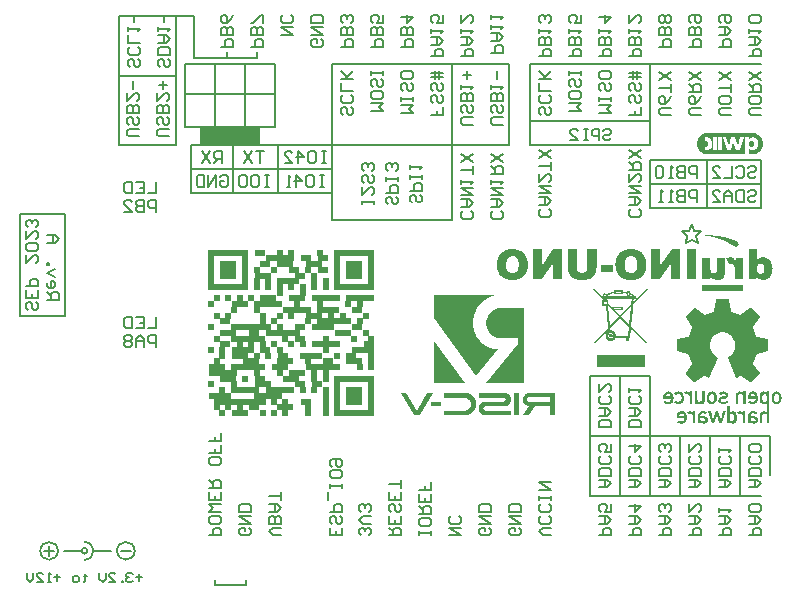
<source format=gbo>
G04*
G04 #@! TF.GenerationSoftware,Altium Limited,Altium Designer,23.3.1 (30)*
G04*
G04 Layer_Color=32896*
%FSLAX25Y25*%
%MOIN*%
G70*
G04*
G04 #@! TF.SameCoordinates,635F8F13-06B7-4B74-B609-E5844613821D*
G04*
G04*
G04 #@! TF.FilePolarity,Positive*
G04*
G01*
G75*
%ADD13C,0.00787*%
%ADD159R,0.13362X0.01909*%
%ADD160R,0.01909X0.01909*%
%ADD161R,0.05728X0.01909*%
%ADD162R,0.01909X0.01906*%
%ADD163R,0.05724X0.01906*%
%ADD164R,0.03815X0.01906*%
%ADD165R,0.01906X0.01906*%
%ADD166R,0.05728X0.01909*%
%ADD167R,0.03819X0.01909*%
%ADD168R,0.17177X0.01909*%
%ADD169R,0.09547X0.01909*%
%ADD170R,0.07634X0.01909*%
%ADD171R,0.01909X0.01909*%
%ADD172R,0.05728X0.01909*%
%ADD173R,0.01909X0.01909*%
%ADD174R,0.09543X0.01909*%
%ADD175R,0.09543X0.01909*%
%ADD176R,0.03819X0.01909*%
%ADD177R,0.01909X0.01909*%
%ADD178R,0.05724X0.01909*%
%ADD179R,0.01909X0.01906*%
%ADD180R,0.09543X0.01906*%
%ADD181R,0.11453X0.01909*%
%ADD182R,0.03815X0.01909*%
%ADD183R,0.01906X0.01909*%
%ADD184R,0.07638X0.01909*%
%ADD185R,0.07634X0.01909*%
%ADD186R,0.09543X0.01909*%
%ADD187R,0.05728X0.01906*%
%ADD188R,0.11453X0.01906*%
%ADD189R,0.05728X0.01906*%
%ADD190R,0.13362X0.01909*%
%ADD191R,0.11453X0.01909*%
%ADD192R,0.03819X0.01909*%
%ADD193R,0.07634X0.01909*%
%ADD194R,0.09543X0.01909*%
%ADD195R,0.03819X0.01906*%
%ADD196R,0.09543X0.01906*%
G36*
X446000Y349000D02*
X446140Y349000D01*
X446419Y348978D01*
X446696Y348934D01*
X446969Y348869D01*
X447235Y348782D01*
X447494Y348675D01*
X447743Y348548D01*
X447982Y348401D01*
X448209Y348237D01*
X448422Y348055D01*
X448620Y347857D01*
X448802Y347644D01*
X448967Y347417D01*
X449113Y347178D01*
X449240Y346929D01*
X449347Y346670D01*
X449434Y346403D01*
X449499Y346131D01*
X449543Y345854D01*
X449565Y345575D01*
X449565Y345435D01*
X449565Y345295D01*
X449543Y345016D01*
X449499Y344739D01*
X449434Y344466D01*
X449347Y344200D01*
X449240Y343941D01*
X449113Y343692D01*
X448967Y343453D01*
X448802Y343226D01*
X448620Y343013D01*
X448422Y342815D01*
X448209Y342633D01*
X447982Y342468D01*
X447743Y342322D01*
X447494Y342195D01*
X447235Y342088D01*
X446969Y342001D01*
X446696Y341936D01*
X446419Y341892D01*
X446140Y341870D01*
X444898D01*
Y343876D01*
X445095Y343678D01*
X445142Y343634D01*
X445241Y343552D01*
X445347Y343481D01*
X445460Y343421D01*
X445579Y343372D01*
X445701Y343334D01*
X445827Y343309D01*
X445955Y343297D01*
X446019Y343295D01*
X446196D01*
X446282Y343297D01*
X446454Y343314D01*
X446623Y343348D01*
X446788Y343398D01*
X446947Y343464D01*
X447099Y343545D01*
X447242Y343641D01*
X447375Y343750D01*
X447437Y343810D01*
X447505Y343881D01*
X447630Y344032D01*
X447739Y344196D01*
X447831Y344369D01*
X447906Y344550D01*
X447963Y344738D01*
X448002Y344930D01*
X448021Y345126D01*
X448023Y345224D01*
X448023Y345224D01*
Y345533D01*
X448021Y345637D01*
X448000Y345845D01*
X447960Y346050D01*
X447899Y346250D01*
X447819Y346443D01*
X447721Y346627D01*
X447605Y346801D01*
X447472Y346962D01*
X447400Y347038D01*
X447345Y347090D01*
X447228Y347186D01*
X447102Y347270D01*
X446969Y347342D01*
X446829Y347400D01*
X446684Y347444D01*
X446535Y347473D01*
X446385Y347488D01*
X446309Y347490D01*
Y347490D01*
X446143Y347490D01*
X446064Y347488D01*
X445906Y347472D01*
X445750Y347441D01*
X445598Y347395D01*
X445451Y347334D01*
X445311Y347259D01*
X445179Y347171D01*
X445056Y347070D01*
X444999Y347016D01*
X444999Y347016D01*
X444898Y346915D01*
X444898Y347454D01*
X443545D01*
Y341870D01*
X431137D01*
X430997Y341870D01*
X430719Y341892D01*
X430442Y341935D01*
X430171Y342001D01*
X429905Y342087D01*
X429647Y342194D01*
X429398Y342321D01*
X429160Y342467D01*
X428934Y342631D01*
X428721Y342812D01*
X428523Y343010D01*
X428342Y343222D01*
X428178Y343449D01*
X428032Y343687D01*
X427905Y343936D01*
X427798Y344194D01*
X427712Y344460D01*
X427646Y344731D01*
X427603Y345007D01*
X427581Y345286D01*
X427581Y345426D01*
X427581Y345566D01*
X427603Y345846D01*
X427647Y346124D01*
X427712Y346397D01*
X427799Y346664D01*
X427907Y346923D01*
X428034Y347174D01*
X428181Y347413D01*
X428346Y347640D01*
X428528Y347854D01*
X428727Y348052D01*
X428941Y348235D01*
X429168Y348400D01*
X429407Y348547D01*
X429658Y348674D01*
X429917Y348782D01*
X430184Y348868D01*
X430457Y348934D01*
X430735Y348978D01*
X431015Y349000D01*
X431155Y349000D01*
Y349000D01*
X446000Y349000D01*
D02*
G37*
G36*
X282000Y345000D02*
X262000D01*
Y351000D01*
X282000D01*
Y345000D01*
D02*
G37*
G36*
X446278Y346271D02*
X446525Y346024D01*
X446660Y345700D01*
Y345525D01*
Y345235D01*
Y345060D01*
X446525Y344736D01*
X446278Y344488D01*
X445954Y344354D01*
X445605D01*
X445284Y344487D01*
X445039Y344733D01*
X444906Y345054D01*
Y345227D01*
X444914Y345601D01*
Y345759D01*
X445035Y346051D01*
X445259Y346275D01*
X445551Y346396D01*
X445874D01*
X445779Y346406D01*
X445954D01*
X446278Y346271D01*
D02*
G37*
G36*
X434389Y314677D02*
X437018Y314155D01*
X439583Y313377D01*
X440821Y312865D01*
X440821D01*
X440974Y312802D01*
X441221Y312579D01*
X441377Y312286D01*
X441426Y311957D01*
X441362Y311631D01*
X441191Y311346D01*
X440934Y311136D01*
X440621Y311024D01*
X440455D01*
X439294Y311718D01*
X436868Y312915D01*
X434327Y313843D01*
X431702Y314493D01*
X430366Y314711D01*
X430322Y314717D01*
X430264Y314787D01*
X430270Y314877D01*
X430337Y314939D01*
X430382Y314939D01*
X431722Y314939D01*
X434389Y314677D01*
D02*
G37*
G36*
X442913Y296260D02*
X429331D01*
Y298228D01*
X442913D01*
Y296260D01*
D02*
G37*
G36*
X361459Y295000D02*
X361459Y295000D01*
X361328Y294990D01*
X361066Y294965D01*
X360805Y294933D01*
X360545Y294892D01*
X360286Y294845D01*
X360029Y294790D01*
X359774Y294727D01*
X359521Y294658D01*
X359269Y294581D01*
X359020Y294496D01*
X358774Y294405D01*
X358530Y294306D01*
X358289Y294201D01*
X358051Y294088D01*
X357817Y293969D01*
X357586Y293843D01*
X357359Y293710D01*
X357136Y293571D01*
X356917Y293426D01*
X356703Y293274D01*
X356492Y293116D01*
X356287Y292952D01*
X356086Y292783D01*
X355890Y292607D01*
X355700Y292426D01*
X355514Y292240D01*
X355334Y292048D01*
X355160Y291851D01*
X354992Y291649D01*
X354829Y291443D01*
X354673Y291231D01*
X354522Y291016D01*
X354378Y290796D01*
X354240Y290572D01*
X354109Y290344D01*
X353984Y290112D01*
X353867Y289878D01*
X353756Y289639D01*
X353652Y289398D01*
X353555Y289153D01*
X353465Y288906D01*
X353382Y288657D01*
X353307Y288405D01*
X353238Y288151D01*
X353177Y287895D01*
X353124Y287638D01*
X353078Y287379D01*
X353040Y287119D01*
X353009Y286858D01*
X352985Y286596D01*
X352969Y286333D01*
X352961Y286071D01*
X352960Y285939D01*
X352955Y285809D01*
X352951Y285548D01*
X352955Y285288D01*
X352967Y285027D01*
X352987Y284767D01*
X353014Y284508D01*
X353049Y284250D01*
X353091Y283992D01*
X353141Y283736D01*
X353199Y283482D01*
X353264Y283230D01*
X353337Y282979D01*
X353417Y282731D01*
X353505Y282486D01*
X353600Y282243D01*
X353702Y282003D01*
X353811Y281766D01*
X353927Y281533D01*
X354050Y281303D01*
X354179Y281077D01*
X354316Y280854D01*
X354458Y280636D01*
X354608Y280422D01*
X354763Y280213D01*
X354925Y280009D01*
X355093Y279809D01*
X355266Y279615D01*
X355446Y279425D01*
X355630Y279242D01*
X355821Y279063D01*
X356016Y278891D01*
X356217Y278724D01*
X356422Y278563D01*
X356632Y278409D01*
X356846Y278261D01*
X357065Y278119D01*
X357288Y277984D01*
X357515Y277855D01*
X357746Y277734D01*
X357980Y277619D01*
X358217Y277511D01*
X358458Y277410D01*
X358701Y277317D01*
X358947Y277231D01*
X359196Y277152D01*
X359446Y277080D01*
X359699Y277016D01*
X359954Y276960D01*
X360210Y276911D01*
X360467Y276870D01*
X360726Y276836D01*
X360985Y276810D01*
X361115Y276800D01*
X353780Y267835D01*
X340000Y287126D01*
Y295000D01*
X361459Y295000D01*
D02*
G37*
G36*
X369921Y265472D02*
X357323D01*
X367953Y278465D01*
Y280433D01*
X362340D01*
X362140Y280441D01*
X361939Y280457D01*
X361740Y280480D01*
X361541Y280512D01*
X361344Y280551D01*
X361148Y280598D01*
X360955Y280652D01*
X360764Y280715D01*
X360575Y280784D01*
X360389Y280861D01*
X360207Y280945D01*
X360028Y281036D01*
X359852Y281135D01*
X359681Y281240D01*
X359514Y281351D01*
X359351Y281470D01*
X359193Y281594D01*
X359041Y281725D01*
X358893Y281861D01*
X358751Y282003D01*
X358614Y282151D01*
X358484Y282304D01*
X358359Y282462D01*
X358241Y282624D01*
X358130Y282791D01*
X358025Y282963D01*
X357926Y283138D01*
X357835Y283317D01*
X357751Y283500D01*
X357674Y283685D01*
X357604Y283874D01*
X357542Y284065D01*
X357488Y284259D01*
X357441Y284454D01*
X357402Y284651D01*
X357370Y284850D01*
X357347Y285049D01*
X357331Y285250D01*
X357323Y285451D01*
Y285551D01*
Y285652D01*
X357331Y285853D01*
X357347Y286053D01*
X357370Y286252D01*
X357402Y286451D01*
X357441Y286648D01*
X357488Y286844D01*
X357542Y287037D01*
X357604Y287228D01*
X357674Y287417D01*
X357751Y287603D01*
X357835Y287785D01*
X357926Y287964D01*
X358025Y288140D01*
X358130Y288311D01*
X358241Y288478D01*
X358359Y288641D01*
X358484Y288799D01*
X358614Y288951D01*
X358751Y289099D01*
X358893Y289241D01*
X359041Y289378D01*
X359193Y289508D01*
X359351Y289633D01*
X359514Y289751D01*
X359681Y289863D01*
X359852Y289968D01*
X360028Y290066D01*
X360207Y290157D01*
X360389Y290241D01*
X360575Y290318D01*
X360764Y290388D01*
X360955Y290450D01*
X361148Y290504D01*
X361344Y290551D01*
X361541Y290591D01*
X361740Y290622D01*
X361939Y290646D01*
X362140Y290661D01*
X362340Y290669D01*
X369921D01*
Y265472D01*
D02*
G37*
G36*
X350236D02*
X340000D01*
Y279646D01*
X350236Y265472D01*
D02*
G37*
G36*
X380157Y254842D02*
X378583D01*
Y257992D01*
X373465D01*
X371496Y254842D01*
X369528D01*
X371496Y257992D01*
X371441D01*
X371330Y257998D01*
X371221Y258011D01*
X371112Y258029D01*
X371004Y258054D01*
X370898Y258084D01*
X370794Y258121D01*
X370692Y258163D01*
X370592Y258211D01*
X370496Y258264D01*
X370402Y258323D01*
X370312Y258387D01*
X370226Y258456D01*
X370143Y258530D01*
X370065Y258608D01*
X369991Y258690D01*
X369923Y258776D01*
X369859Y258867D01*
X369800Y258960D01*
X369746Y259057D01*
X369699Y259156D01*
X369656Y259258D01*
X369620Y259363D01*
X369589Y259469D01*
X369565Y259576D01*
X369546Y259685D01*
X369534Y259795D01*
X369528Y259905D01*
Y259961D01*
X369528Y260027D01*
X369535Y260159D01*
X369550Y260291D01*
X369572Y260422D01*
X369601Y260551D01*
X369638Y260678D01*
X369682Y260803D01*
X369733Y260926D01*
X369790Y261045D01*
X369854Y261161D01*
X369925Y261274D01*
X370002Y261382D01*
X370084Y261485D01*
X370173Y261584D01*
X370266Y261678D01*
X370365Y261766D01*
X370469Y261849D01*
X370577Y261926D01*
X370689Y261996D01*
X370805Y262060D01*
X370924Y262118D01*
X371047Y262168D01*
X371172Y262212D01*
X371300Y262249D01*
X371429Y262278D01*
X371559Y262300D01*
X371691Y262315D01*
X371824Y262323D01*
X371890Y262323D01*
X380157Y262323D01*
Y254842D01*
D02*
G37*
G36*
X363425Y262323D02*
X363486Y262323D01*
X363607Y262316D01*
X363728Y262302D01*
X363848Y262282D01*
X363966Y262255D01*
X364083Y262221D01*
X364198Y262181D01*
X364310Y262135D01*
X364420Y262082D01*
X364526Y262023D01*
X364629Y261959D01*
X364728Y261888D01*
X364823Y261812D01*
X364913Y261732D01*
X364999Y261646D01*
X365080Y261555D01*
X365156Y261460D01*
X365226Y261361D01*
X365291Y261258D01*
X365350Y261152D01*
X365402Y261042D01*
X365449Y260930D01*
X365489Y260815D01*
X365523Y260699D01*
X365541Y260620D01*
X365590Y260163D01*
X365591Y260157D01*
X365591Y260157D01*
X365540Y259672D01*
X365517Y259567D01*
X365480Y259440D01*
X365436Y259315D01*
X365385Y259192D01*
X365328Y259073D01*
X365264Y258957D01*
X365193Y258844D01*
X365117Y258736D01*
X365034Y258633D01*
X364946Y258534D01*
X364852Y258440D01*
X364753Y258352D01*
X364649Y258269D01*
X364541Y258192D01*
X364429Y258122D01*
X364313Y258058D01*
X364194Y258000D01*
X364071Y257950D01*
X363946Y257906D01*
X363819Y257869D01*
X363708Y257844D01*
X363228Y257795D01*
Y257795D01*
X357126Y257795D01*
X357093Y257795D01*
X357027Y257789D01*
X356962Y257778D01*
X356898Y257762D01*
X356835Y257740D01*
X356775Y257713D01*
X356717Y257681D01*
X356662Y257644D01*
X356610Y257603D01*
X356562Y257558D01*
X356518Y257508D01*
X356478Y257455D01*
X356443Y257400D01*
X356412Y257341D01*
X356387Y257280D01*
X356367Y257217D01*
X356359Y257185D01*
X356360Y257147D01*
X356367Y257072D01*
X356382Y256998D01*
X356403Y256926D01*
X356432Y256856D01*
X356468Y256790D01*
X356510Y256728D01*
X356557Y256669D01*
X356611Y256616D01*
X356669Y256568D01*
X356732Y256526D01*
X356798Y256491D01*
X356868Y256462D01*
X356940Y256440D01*
X357013Y256426D01*
X357088Y256418D01*
X357126Y256417D01*
X357126Y256417D01*
X365591Y256417D01*
Y254842D01*
X357126Y254842D01*
X357060Y254842D01*
X356927Y254850D01*
X356796Y254865D01*
X356665Y254887D01*
X356536Y254916D01*
X356408Y254953D01*
X356283Y254997D01*
X356161Y255048D01*
X356041Y255105D01*
X355925Y255169D01*
X355813Y255240D01*
X355705Y255316D01*
X355601Y255399D01*
X355503Y255487D01*
X355409Y255581D01*
X355320Y255680D01*
X355238Y255784D01*
X355161Y255892D01*
X355091Y256004D01*
X355027Y256120D01*
X354969Y256240D01*
X354918Y256362D01*
X354874Y256487D01*
X354838Y256614D01*
X354808Y256744D01*
X354786Y256874D01*
X354771Y257006D01*
X354764Y257138D01*
X354764Y257205D01*
X354764Y257265D01*
X354771Y257387D01*
X354784Y257507D01*
X354805Y257627D01*
X354832Y257746D01*
X354865Y257862D01*
X354905Y257977D01*
X354952Y258089D01*
X355005Y258199D01*
X355063Y258305D01*
X355128Y258408D01*
X355198Y258507D01*
X355274Y258602D01*
X355355Y258693D01*
X355441Y258779D01*
X355532Y258860D01*
X355627Y258935D01*
X355726Y259006D01*
X355828Y259070D01*
X355935Y259129D01*
X356044Y259182D01*
X356157Y259228D01*
X356271Y259269D01*
X356388Y259302D01*
X356506Y259329D01*
X356626Y259350D01*
X356747Y259363D01*
X356868Y259370D01*
X356929Y259370D01*
X356929Y259370D01*
X363032D01*
X363070Y259371D01*
X363147Y259379D01*
X363223Y259394D01*
X363297Y259416D01*
X363368Y259446D01*
X363436Y259482D01*
X363501Y259525D01*
X363560Y259574D01*
X363615Y259629D01*
X363664Y259688D01*
X363707Y259753D01*
X363743Y259821D01*
X363773Y259892D01*
X363795Y259966D01*
X363810Y260042D01*
X363818Y260119D01*
X363819Y260157D01*
X363819Y260157D01*
X363819Y260158D01*
X363818Y260186D01*
X363812Y260244D01*
X363801Y260301D01*
X363784Y260356D01*
X363762Y260410D01*
X363762Y260410D01*
X363735Y260461D01*
X363735Y260461D01*
X363703Y260509D01*
X363703Y260509D01*
X363666Y260554D01*
X363666Y260554D01*
X363625Y260595D01*
X363580Y260632D01*
X363532Y260664D01*
X363481Y260691D01*
X363427Y260714D01*
X363372Y260730D01*
X363315Y260742D01*
X363257Y260747D01*
X363228Y260748D01*
X354764D01*
Y262323D01*
X363425Y262323D01*
D02*
G37*
G36*
X342165Y257795D02*
X339016D01*
Y259370D01*
X342165D01*
Y257795D01*
D02*
G37*
G36*
X335276Y254842D02*
X333110D01*
X328780Y262323D01*
X330748D01*
X334095Y256417D01*
X337638Y262323D01*
X339606D01*
X335276Y254842D01*
D02*
G37*
G36*
X350236Y262323D02*
X350318Y262323D01*
X350481Y262316D01*
X350643Y262301D01*
X350805Y262280D01*
X350966Y262252D01*
X351125Y262216D01*
X351283Y262174D01*
X351439Y262125D01*
X351592Y262069D01*
X351743Y262007D01*
X351891Y261938D01*
X352036Y261862D01*
X352177Y261781D01*
X352315Y261693D01*
X352448Y261600D01*
X352578Y261500D01*
X352703Y261395D01*
X352823Y261285D01*
X352939Y261170D01*
X353049Y261049D01*
X353154Y260924D01*
X353253Y260795D01*
X353347Y260661D01*
X353434Y260523D01*
X353516Y260382D01*
X353591Y260237D01*
X353660Y260089D01*
X353723Y259939D01*
X353779Y259785D01*
X353828Y259630D01*
X353870Y259472D01*
X353905Y259313D01*
X353934Y259152D01*
X353955Y258990D01*
X353969Y258827D01*
X353976Y258664D01*
X353976Y258583D01*
X353976Y258583D01*
X353944Y258096D01*
X353934Y258014D01*
X353905Y257853D01*
X353870Y257694D01*
X353828Y257536D01*
X353779Y257380D01*
X353723Y257227D01*
X353660Y257076D01*
X353591Y256928D01*
X353516Y256783D01*
X353434Y256642D01*
X353347Y256504D01*
X353253Y256371D01*
X353154Y256241D01*
X353049Y256116D01*
X352939Y255996D01*
X352823Y255880D01*
X352703Y255770D01*
X352578Y255665D01*
X352448Y255566D01*
X352315Y255472D01*
X352177Y255384D01*
X352036Y255303D01*
X351891Y255227D01*
X351743Y255158D01*
X351592Y255096D01*
X351439Y255040D01*
X351283Y254991D01*
X351125Y254949D01*
X350966Y254913D01*
X350805Y254885D01*
X350723Y254874D01*
X350236Y254842D01*
X350236Y254842D01*
X350236Y254842D01*
X343150D01*
Y256417D01*
X350236D01*
X350295Y256418D01*
X350413Y256425D01*
X350530Y256439D01*
X350646Y256460D01*
X350760Y256488D01*
X350873Y256523D01*
X350983Y256564D01*
X351091Y256612D01*
X351195Y256667D01*
X351296Y256727D01*
X351394Y256794D01*
X351487Y256866D01*
X351576Y256943D01*
X351660Y257026D01*
X351739Y257114D01*
X351812Y257206D01*
X351880Y257302D01*
X351942Y257403D01*
X351997Y257506D01*
X352047Y257613D01*
X352090Y257723D01*
X352126Y257835D01*
X352156Y257949D01*
X352178Y258065D01*
X352194Y258182D01*
X352203Y258299D01*
X352204Y258417D01*
X352199Y258535D01*
X352194Y258594D01*
X352193Y258649D01*
X352187Y258758D01*
X352174Y258867D01*
X352156Y258976D01*
X352132Y259083D01*
X352101Y259188D01*
X352065Y259292D01*
X352023Y259393D01*
X351975Y259492D01*
X351922Y259588D01*
X351864Y259681D01*
X351800Y259771D01*
X351732Y259857D01*
X351659Y259939D01*
X351581Y260016D01*
X351499Y260089D01*
X351413Y260158D01*
X351324Y260221D01*
X351231Y260280D01*
X351135Y260333D01*
X351036Y260380D01*
X350934Y260422D01*
X350831Y260459D01*
X350725Y260489D01*
X350618Y260513D01*
X350618Y260513D01*
X350510Y260532D01*
X350510Y260532D01*
X350401Y260544D01*
X350400Y260544D01*
X350291Y260550D01*
X350237Y260551D01*
X350236Y260551D01*
X350236Y260551D01*
X350236Y260551D01*
X343150D01*
Y262323D01*
X350236Y262323D01*
D02*
G37*
G36*
X368347Y254842D02*
X366575D01*
Y262323D01*
X368347D01*
Y254842D01*
D02*
G37*
G36*
X411171Y296874D02*
X406243Y291742D01*
X406097Y290342D01*
X405776Y286989D01*
X405543Y284569D01*
X410821Y279116D01*
X410471Y278766D01*
X405485Y283869D01*
X405193Y280749D01*
X405047D01*
Y279553D01*
X403939D01*
Y280749D01*
X400498D01*
X400382Y280515D01*
X400207Y280282D01*
X399973Y280020D01*
X399653Y279786D01*
X399273Y279670D01*
X398924Y279641D01*
X398574D01*
X398311Y279728D01*
X397990Y279845D01*
X397728Y280020D01*
X397524Y280224D01*
X397320Y280515D01*
X397174Y280836D01*
X397087Y281128D01*
X397057Y281390D01*
X397087Y281682D01*
X397145Y281915D01*
X397232Y282148D01*
X397349Y282382D01*
X397495Y282586D01*
X397699Y282790D01*
X397932Y282936D01*
X398136Y283023D01*
X398107Y283286D01*
X393733Y278766D01*
X393383Y279145D01*
X398049Y283985D01*
X397670Y288214D01*
X397407Y291275D01*
X396008D01*
Y293229D01*
X396387D01*
X392829Y296874D01*
X393208Y297224D01*
X396533Y293783D01*
Y294046D01*
X396474Y294104D01*
X396387Y294162D01*
X396299Y294250D01*
X396212Y294337D01*
X396153Y294483D01*
X396124Y294600D01*
X396095Y294745D01*
X396124Y294920D01*
X396183Y295037D01*
X396299Y295241D01*
X396445Y295358D01*
X396649Y295445D01*
X396853Y295475D01*
X397057Y295445D01*
X397232Y295387D01*
X397378Y295300D01*
X397436Y295212D01*
X397582Y295329D01*
X397786Y295475D01*
X398049Y295591D01*
X398428Y295737D01*
X398836Y295853D01*
X399244Y295941D01*
X399682Y296028D01*
X400032Y296058D01*
Y296495D01*
X402831D01*
Y296116D01*
X403064D01*
X403414Y296087D01*
X403793Y296028D01*
X404172Y295970D01*
Y296203D01*
X405368D01*
Y295649D01*
X405514Y295562D01*
X405718Y295475D01*
X405922Y295358D01*
X406097Y295241D01*
X406272Y295095D01*
X406389Y294979D01*
X406447Y294891D01*
X406505Y294775D01*
X406476Y294570D01*
X407176D01*
Y293667D01*
X406418D01*
X406301Y292529D01*
X410821Y297224D01*
X411171Y296874D01*
D02*
G37*
G36*
X410121Y274742D02*
Y274683D01*
Y274567D01*
Y274450D01*
Y274334D01*
Y274217D01*
Y274159D01*
Y274129D01*
Y273663D01*
Y273225D01*
Y273021D01*
Y272875D01*
Y272788D01*
Y272759D01*
Y272234D01*
Y272001D01*
Y271796D01*
Y271622D01*
Y271505D01*
Y271417D01*
Y271388D01*
Y271184D01*
Y271038D01*
Y270922D01*
Y270863D01*
Y270776D01*
X394170D01*
Y270805D01*
Y270863D01*
Y271097D01*
Y271301D01*
Y271359D01*
Y271388D01*
Y271855D01*
Y272292D01*
Y272496D01*
Y272642D01*
Y272730D01*
Y272759D01*
Y273284D01*
Y273517D01*
Y273721D01*
Y273896D01*
Y274013D01*
Y274100D01*
Y274129D01*
Y274334D01*
Y274508D01*
Y274625D01*
Y274683D01*
Y274742D01*
Y274771D01*
X410121D01*
Y274742D01*
D02*
G37*
G36*
X438211Y293538D02*
Y293465D01*
Y293392D01*
X439012Y289529D01*
Y289383D01*
X439085Y289310D01*
X439158D01*
X441783Y288217D01*
X442074D01*
X445282Y290549D01*
X445501D01*
X445574Y290476D01*
X448417Y287779D01*
Y287706D01*
Y287633D01*
Y287560D01*
Y287488D01*
X446157Y284207D01*
Y284134D01*
Y284061D01*
Y283988D01*
Y283915D01*
X447250Y281218D01*
X447469Y281072D01*
X447542D01*
X451260Y280416D01*
X451333D01*
X451405Y280343D01*
Y280270D01*
Y280198D01*
Y276334D01*
Y276188D01*
X451333Y276115D01*
X451260D01*
X447615Y275386D01*
X447542D01*
X447469Y275313D01*
Y275240D01*
Y275167D01*
X446230Y272324D01*
Y272252D01*
Y272179D01*
Y272106D01*
Y272033D01*
X448417Y268971D01*
Y268898D01*
Y268825D01*
Y268752D01*
X445574Y265982D01*
X445428Y265909D01*
X445355D01*
X445282Y265982D01*
X442293Y268023D01*
X442074D01*
X440762Y267294D01*
X440543Y267367D01*
X440471D01*
X437773Y274001D01*
Y274220D01*
X437846Y274293D01*
X438211Y274439D01*
Y274511D01*
X438283D01*
X438356Y274584D01*
X438429Y274657D01*
X439085Y275167D01*
X439596Y275678D01*
X439887Y276261D01*
X440179Y276844D01*
X440325Y277354D01*
X440398Y277792D01*
Y278083D01*
Y278156D01*
X440325Y278812D01*
X440179Y279396D01*
X440033Y279906D01*
X439742Y280343D01*
X439523Y280708D01*
X439377Y280999D01*
X439231Y281145D01*
X439158Y281218D01*
X438648Y281656D01*
X438138Y281947D01*
X437627Y282239D01*
X437117Y282384D01*
X436753Y282457D01*
X436388Y282530D01*
X436096D01*
X435440Y282457D01*
X434857Y282312D01*
X434347Y282093D01*
X433910Y281874D01*
X433545Y281656D01*
X433253Y281437D01*
X433108Y281291D01*
X433035Y281218D01*
X432597Y280708D01*
X432306Y280198D01*
X432087Y279687D01*
X431941Y279250D01*
X431868Y278812D01*
X431795Y278448D01*
Y278229D01*
Y278156D01*
X431868Y277354D01*
X432087Y276625D01*
X432451Y276042D01*
X432743Y275532D01*
X433108Y275167D01*
X433472Y274876D01*
X433691Y274730D01*
X433764Y274657D01*
X433837Y274584D01*
X433910Y274511D01*
X433982Y274439D01*
X434347Y274293D01*
X434420Y274074D01*
Y274001D01*
X431650Y267367D01*
X431577Y267294D01*
X431431D01*
X430192Y268023D01*
X429900D01*
X426911Y265982D01*
X426765Y265909D01*
X426692D01*
X426619Y265982D01*
X423849Y268752D01*
Y268825D01*
Y268971D01*
X425963Y272033D01*
Y272106D01*
Y272179D01*
Y272252D01*
Y272324D01*
X424724Y275167D01*
Y275313D01*
X424651Y275386D01*
X424578D01*
X420933Y276115D01*
X420860Y276188D01*
X420787Y276261D01*
Y276334D01*
Y280198D01*
Y280343D01*
X420860Y280416D01*
X420933D01*
X424651Y281072D01*
X424797D01*
X424870Y281145D01*
Y281218D01*
X426036Y283915D01*
Y283988D01*
Y284061D01*
Y284207D01*
X423849Y287488D01*
Y287560D01*
Y287633D01*
Y287706D01*
Y287779D01*
X426619Y290476D01*
X426765Y290549D01*
X426911D01*
X430192Y288217D01*
X430410D01*
X433035Y289310D01*
X433108Y289383D01*
X433181Y289456D01*
Y289529D01*
X433982Y293392D01*
Y293538D01*
X434055Y293611D01*
X438138D01*
X438211Y293538D01*
D02*
G37*
G36*
X451697Y252131D02*
X450968D01*
Y254537D01*
X450895Y254828D01*
X450822Y255120D01*
X450531Y255339D01*
X450312Y255485D01*
X450166D01*
X449875Y255412D01*
X449656Y255339D01*
X449364Y255047D01*
X449291Y254682D01*
Y254610D01*
Y254537D01*
Y252131D01*
X448490D01*
Y254828D01*
X448562Y255266D01*
X448708Y255630D01*
X448927Y255849D01*
X449146Y256068D01*
X449656Y256213D01*
X449875D01*
X450385Y256140D01*
X450749Y255995D01*
X450895Y255849D01*
X450968Y255776D01*
Y258984D01*
X450531Y258765D01*
X450166Y258619D01*
X449948Y258546D01*
X449875D01*
X449437Y258619D01*
X449073Y258838D01*
X448781Y259057D01*
X448708Y259129D01*
X448635Y259275D01*
X448562Y259494D01*
X448490Y260004D01*
Y260442D01*
Y260587D01*
Y260660D01*
Y261389D01*
X448562Y261900D01*
X448635Y262191D01*
X448708Y262264D01*
X449073Y262556D01*
X449510Y262702D01*
X449729Y262774D01*
X449875D01*
X450312Y262702D01*
X450676Y262556D01*
X450895Y262337D01*
X450968Y262264D01*
Y262774D01*
X451697D01*
Y252131D01*
D02*
G37*
G36*
X443824Y258619D02*
X442949D01*
Y261098D01*
X442876Y261389D01*
X442803Y261608D01*
X442512Y261900D01*
X442293Y261973D01*
X441856D01*
X441637Y261827D01*
X441345Y261535D01*
X441272Y261244D01*
Y261171D01*
Y261098D01*
Y258619D01*
X440471D01*
Y261316D01*
X440543Y261827D01*
X440689Y262191D01*
X440908Y262410D01*
X441127Y262629D01*
X441637Y262774D01*
X441856D01*
X442366Y262702D01*
X442730Y262556D01*
X442876Y262337D01*
X442949Y262264D01*
Y262774D01*
X443824D01*
Y258619D01*
D02*
G37*
G36*
X425963D02*
X425089D01*
Y261098D01*
X425016Y261389D01*
X424943Y261608D01*
X424651Y261900D01*
X424433Y261973D01*
X424287D01*
X424141Y261900D01*
X423995Y261827D01*
X423849Y261754D01*
Y261681D01*
X423193Y262483D01*
X423485Y262629D01*
X423776Y262774D01*
X423995D01*
X424505Y262702D01*
X424870Y262556D01*
X425016Y262337D01*
X425089Y262264D01*
Y262774D01*
X425963D01*
Y258619D01*
D02*
G37*
G36*
X430192Y259931D02*
X430119Y259494D01*
X429973Y259129D01*
X429754Y258911D01*
X429463Y258692D01*
X428952Y258546D01*
X428734D01*
X428369Y258619D01*
X428005Y258765D01*
X427786Y258911D01*
X427713Y258984D01*
Y258619D01*
X426911D01*
Y262774D01*
X427713D01*
Y260296D01*
Y260004D01*
X427859Y259786D01*
X428078Y259567D01*
X428296Y259421D01*
X428442D01*
X428734Y259494D01*
X428952Y259567D01*
X429171Y259858D01*
X429317Y260150D01*
Y260296D01*
Y262774D01*
X430192D01*
Y259931D01*
D02*
G37*
G36*
X422027Y262702D02*
X422464Y262483D01*
X422829Y262118D01*
X423047Y261754D01*
X423193Y261316D01*
X423266Y261025D01*
Y260733D01*
Y260660D01*
X423193Y259931D01*
X422974Y259421D01*
X422683Y259057D01*
X422318Y258838D01*
X421954Y258692D01*
X421662Y258546D01*
X421371D01*
X420787Y258692D01*
X420277Y258911D01*
X419986Y259129D01*
X419913Y259275D01*
X420569Y259858D01*
X420860Y259640D01*
X421079Y259494D01*
X421298Y259421D01*
X421371D01*
X421735Y259494D01*
X422027Y259640D01*
X422173Y259786D01*
X422318Y260077D01*
X422464Y260442D01*
Y260587D01*
Y260660D01*
X422391Y261098D01*
X422318Y261389D01*
X422100Y261681D01*
X421881Y261827D01*
X421517Y261973D01*
X421371D01*
X421006Y261900D01*
X420787Y261754D01*
X420642Y261608D01*
X420569Y261535D01*
X419913Y262118D01*
X420423Y262483D01*
X420860Y262702D01*
X421225Y262774D01*
X421371D01*
X422027Y262702D01*
D02*
G37*
G36*
X446813D02*
X447177Y262483D01*
X447469Y262118D01*
X447688Y261754D01*
X447833Y261316D01*
X447906Y261025D01*
Y260733D01*
Y260660D01*
X447833Y259931D01*
X447615Y259421D01*
X447323Y259057D01*
X446959Y258838D01*
X446667Y258692D01*
X446375Y258546D01*
X446084D01*
X445501Y258619D01*
X444990Y258911D01*
X444699Y259129D01*
X444553Y259202D01*
X445209Y259786D01*
X445501Y259494D01*
X445792Y259348D01*
X446011Y259275D01*
X446157D01*
X446448Y259348D01*
X446667Y259421D01*
X446959Y259786D01*
X447104Y260150D01*
Y260223D01*
Y260296D01*
X444480D01*
Y261098D01*
X444553Y261681D01*
X444772Y262045D01*
X445063Y262337D01*
X445355Y262556D01*
X445646Y262702D01*
X445938Y262774D01*
X446230D01*
X446813Y262702D01*
D02*
G37*
G36*
X418673D02*
X419038Y262483D01*
X419330Y262118D01*
X419548Y261754D01*
X419694Y261316D01*
X419767Y261025D01*
Y260733D01*
Y260660D01*
X419694Y259931D01*
X419475Y259421D01*
X419184Y259057D01*
X418819Y258838D01*
X418455Y258692D01*
X418163Y258546D01*
X417872D01*
X417288Y258619D01*
X416851Y258911D01*
X416559Y259129D01*
X416413Y259202D01*
X417070Y259786D01*
X417288Y259494D01*
X417580Y259348D01*
X417799Y259275D01*
X417872D01*
X418236Y259348D01*
X418455Y259421D01*
X418746Y259786D01*
X418892Y260150D01*
Y260223D01*
Y260296D01*
X416268D01*
Y261098D01*
X416341Y261681D01*
X416559Y262045D01*
X416851Y262337D01*
X417142Y262556D01*
X417507Y262702D01*
X417799Y262774D01*
X418090D01*
X418673Y262702D01*
D02*
G37*
G36*
X454686D02*
X455051Y262556D01*
X455342Y262337D01*
X455415Y262264D01*
X455634Y261754D01*
X455707Y261244D01*
X455780Y260806D01*
Y260733D01*
Y260660D01*
X455707Y260004D01*
X455561Y259494D01*
X455488Y259202D01*
X455415Y259129D01*
X454978Y258765D01*
X454540Y258619D01*
X454249Y258546D01*
X454103D01*
X453592Y258619D01*
X453228Y258838D01*
X453009Y259057D01*
X452936Y259129D01*
X452645Y259567D01*
X452572Y260077D01*
X452499Y260515D01*
Y260587D01*
Y260660D01*
X452572Y261389D01*
X452718Y261900D01*
X452864Y262191D01*
X452936Y262264D01*
X453228Y262556D01*
X453592Y262702D01*
X453957Y262774D01*
X454103D01*
X454686Y262702D01*
D02*
G37*
G36*
X436971D02*
X437336Y262556D01*
X437627Y262410D01*
X437773Y262191D01*
X437992Y261754D01*
Y261608D01*
Y261535D01*
X437919Y261171D01*
X437773Y260879D01*
X437409Y260515D01*
X436971Y260369D01*
X436898Y260296D01*
X436096D01*
X435732Y260150D01*
X435586Y260004D01*
X435513Y259931D01*
Y259858D01*
Y259640D01*
X435659Y259494D01*
X435951Y259348D01*
X436242Y259275D01*
X436388D01*
X436898Y259348D01*
X437336Y259567D01*
X437627Y259786D01*
X437700Y259858D01*
X438211Y259275D01*
X437627Y258838D01*
X437044Y258619D01*
X436607Y258546D01*
X436461D01*
X435878Y258619D01*
X435440Y258765D01*
X435149Y258984D01*
X434930Y259202D01*
X434784Y259421D01*
X434711Y259640D01*
Y259786D01*
Y259858D01*
X434784Y260223D01*
X434857Y260515D01*
X435295Y260879D01*
X435659Y261025D01*
X435805Y261098D01*
X435878D01*
X436680Y261171D01*
X436971Y261244D01*
X437117Y261389D01*
X437190Y261462D01*
Y261535D01*
X437044Y261827D01*
X436826Y261900D01*
X436607Y261973D01*
X436461D01*
X436169Y261900D01*
X435805Y261827D01*
X435513Y261681D01*
X435367Y261608D01*
X434857Y262191D01*
X435367Y262556D01*
X435878Y262702D01*
X436315Y262774D01*
X436461D01*
X436971Y262702D01*
D02*
G37*
G36*
X433108D02*
X433545Y262556D01*
X433764Y262337D01*
X433837Y262264D01*
X434055Y261827D01*
X434201Y261244D01*
X434274Y260806D01*
Y260733D01*
Y260660D01*
X434201Y260004D01*
X434055Y259494D01*
X433910Y259202D01*
X433837Y259129D01*
X433399Y258765D01*
X433035Y258619D01*
X432743Y258546D01*
X432597D01*
X432014Y258619D01*
X431650Y258838D01*
X431431Y259057D01*
X431358Y259129D01*
X431066Y259567D01*
X430994Y260077D01*
X430921Y260515D01*
Y260587D01*
Y260660D01*
X430994Y261389D01*
X431139Y261900D01*
X431285Y262191D01*
X431358Y262264D01*
X431722Y262556D01*
X432087Y262702D01*
X432451Y262774D01*
X432597D01*
X433108Y262702D01*
D02*
G37*
G36*
X443605Y252131D02*
X442803D01*
Y254537D01*
Y254828D01*
X442658Y255120D01*
X442439Y255339D01*
X442220Y255485D01*
X442074D01*
X441856Y255412D01*
X441637Y255339D01*
X441564Y255266D01*
X441491Y255193D01*
X440835Y255922D01*
X441199Y256068D01*
X441491Y256213D01*
X441783D01*
X442220Y256140D01*
X442512Y255995D01*
X442730Y255849D01*
X442803Y255776D01*
Y256213D01*
X443605D01*
Y252131D01*
D02*
G37*
G36*
X426984D02*
X426182D01*
Y254537D01*
X426109Y254828D01*
X426036Y255120D01*
X425745Y255339D01*
X425526Y255485D01*
X425380D01*
X425234Y255412D01*
X425016Y255339D01*
X424943Y255266D01*
X424870Y255193D01*
X424214Y255922D01*
X424505Y256068D01*
X424797Y256213D01*
X425016D01*
X425526Y256140D01*
X425890Y255995D01*
X426109Y255849D01*
X426182Y255776D01*
Y256213D01*
X426984D01*
Y252131D01*
D02*
G37*
G36*
X446886Y256140D02*
X447323Y255995D01*
X447615Y255776D01*
X447688Y255703D01*
X447104Y255193D01*
X446813Y255339D01*
X446521Y255485D01*
X445938D01*
X445792Y255412D01*
X445501Y255193D01*
X445428Y254974D01*
Y254901D01*
Y254537D01*
X446521D01*
X446959Y254464D01*
X447323Y254391D01*
X447542Y254172D01*
X447760Y253954D01*
X447906Y253589D01*
Y253443D01*
Y253370D01*
X447833Y252933D01*
X447688Y252641D01*
X447469Y252350D01*
X447177Y252204D01*
X446667Y252058D01*
X446448D01*
X445938Y252131D01*
X445646Y252277D01*
X445501Y252423D01*
X445428Y252496D01*
Y252131D01*
X444553D01*
Y254901D01*
X444626Y255339D01*
X444844Y255630D01*
X445136Y255922D01*
X445428Y256068D01*
X445719Y256140D01*
X446011Y256213D01*
X446303D01*
X446886Y256140D01*
D02*
G37*
G36*
X430265D02*
X430702Y255995D01*
X430921Y255776D01*
X430994Y255703D01*
X430337Y255193D01*
X430192Y255339D01*
X429900Y255485D01*
X429317D01*
X429098Y255412D01*
X428806Y255193D01*
X428734Y254974D01*
Y254901D01*
Y254537D01*
X429900D01*
X430337Y254464D01*
X430702Y254391D01*
X430921Y254172D01*
X431139Y253954D01*
X431285Y253589D01*
Y253443D01*
Y253370D01*
X431212Y252933D01*
X431066Y252641D01*
X430775Y252350D01*
X430483Y252204D01*
X429973Y252058D01*
X429754D01*
X429317Y252131D01*
X428952Y252277D01*
X428806Y252423D01*
X428734Y252496D01*
Y252131D01*
X427932D01*
Y254901D01*
X428005Y255339D01*
X428223Y255630D01*
X428442Y255922D01*
X428734Y256068D01*
X429098Y256140D01*
X429317Y256213D01*
X429973D01*
X430265Y256140D01*
D02*
G37*
G36*
X435805Y252131D02*
X435076D01*
X434274Y255047D01*
X433326Y252131D01*
X432597D01*
X431285Y256213D01*
X432160D01*
X432962Y253370D01*
X433837Y256213D01*
X434493D01*
X435440Y253370D01*
X436315Y256213D01*
X437117D01*
X435805Y252131D01*
D02*
G37*
G36*
X423120Y256140D02*
X423485Y255922D01*
X423776Y255557D01*
X423995Y255193D01*
X424141Y254828D01*
X424214Y254464D01*
Y254245D01*
Y254172D01*
X424141Y253443D01*
X423922Y252933D01*
X423631Y252568D01*
X423266Y252350D01*
X422902Y252204D01*
X422610Y252058D01*
X422318D01*
X421735Y252131D01*
X421298Y252423D01*
X421006Y252641D01*
X420860Y252714D01*
X421517Y253224D01*
X421808Y253006D01*
X422100Y252860D01*
X422318Y252787D01*
X422464D01*
X422756Y252860D01*
X422974Y252933D01*
X423193Y253297D01*
X423339Y253662D01*
Y253735D01*
Y253808D01*
X420787D01*
Y254537D01*
X420860Y255120D01*
X421079Y255485D01*
X421371Y255776D01*
X421662Y255995D01*
X421954Y256140D01*
X422246Y256213D01*
X422537D01*
X423120Y256140D01*
D02*
G37*
G36*
X438429Y255776D02*
X438794Y256068D01*
X439085Y256140D01*
X439377Y256213D01*
X439450D01*
X439960Y256140D01*
X440325Y255995D01*
X440471Y255849D01*
X440543Y255776D01*
X440616Y255630D01*
X440689Y255412D01*
X440762Y254901D01*
X440835Y254391D01*
Y254245D01*
Y254172D01*
Y253735D01*
X440762Y253370D01*
Y253079D01*
X440689Y252860D01*
X440616Y252641D01*
X440543Y252568D01*
X440252Y252277D01*
X439887Y252131D01*
X439596Y252058D01*
X439450D01*
X439012Y252131D01*
X438721Y252277D01*
X438502Y252423D01*
X438429Y252496D01*
Y252131D01*
X437555D01*
Y257890D01*
X438429D01*
Y255776D01*
D02*
G37*
G36*
X421964Y300126D02*
X419067D01*
Y305628D01*
X415314Y300126D01*
X412399D01*
Y310110D01*
X415314D01*
Y304572D01*
X419104Y310110D01*
X421964D01*
Y300126D01*
D02*
G37*
G36*
X382445D02*
X379548D01*
Y305628D01*
X375795Y300126D01*
X372879D01*
Y310110D01*
X375795D01*
Y304572D01*
X379584Y310110D01*
X382445D01*
Y300126D01*
D02*
G37*
G36*
X399444Y302695D02*
X395418D01*
Y304845D01*
X399444D01*
Y302695D01*
D02*
G37*
G36*
X394088Y304152D02*
X394069Y303879D01*
X394051Y303588D01*
X393996Y303296D01*
X393942Y303041D01*
X393905Y302822D01*
X393851Y302640D01*
X393832Y302567D01*
Y302513D01*
X393814Y302494D01*
Y302476D01*
X393741Y302258D01*
X393632Y302039D01*
X393523Y301838D01*
X393413Y301675D01*
X393322Y301529D01*
X393231Y301401D01*
X393177Y301328D01*
X393158Y301310D01*
X392976Y301110D01*
X392794Y300946D01*
X392612Y300800D01*
X392448Y300672D01*
X392302Y300581D01*
X392193Y300508D01*
X392120Y300472D01*
X392102Y300454D01*
X391865Y300363D01*
X391628Y300272D01*
X391391Y300199D01*
X391154Y300162D01*
X390972Y300108D01*
X390808Y300089D01*
X390699Y300071D01*
X390662D01*
X390334Y300035D01*
X390043Y300016D01*
X389769Y299980D01*
X389532D01*
X389332Y299962D01*
X389059D01*
X388603Y299980D01*
X388184Y300016D01*
X387820Y300071D01*
X387510Y300126D01*
X387237Y300181D01*
X387055Y300235D01*
X386982Y300253D01*
X386927Y300272D01*
X386909Y300290D01*
X386891D01*
X386654Y300399D01*
X386435Y300527D01*
X386216Y300654D01*
X386034Y300782D01*
X385889Y300909D01*
X385779Y301019D01*
X385688Y301092D01*
X385670Y301110D01*
X385451Y301328D01*
X385287Y301565D01*
X385123Y301802D01*
X385014Y302021D01*
X384905Y302203D01*
X384850Y302349D01*
X384813Y302440D01*
X384795Y302476D01*
X384704Y302786D01*
X384631Y303078D01*
X384577Y303351D01*
X384540Y303624D01*
X384522Y303843D01*
X384504Y304007D01*
Y304116D01*
Y304134D01*
Y304152D01*
Y310110D01*
X387583D01*
Y304025D01*
X387601Y303733D01*
X387656Y303478D01*
X387729Y303241D01*
X387802Y303059D01*
X387893Y302913D01*
X387966Y302822D01*
X388020Y302749D01*
X388038Y302731D01*
X388221Y302586D01*
X388421Y302476D01*
X388640Y302403D01*
X388840Y302349D01*
X389022Y302312D01*
X389168Y302294D01*
X389296D01*
X389587Y302312D01*
X389842Y302367D01*
X390061Y302440D01*
X390243Y302531D01*
X390389Y302604D01*
X390480Y302677D01*
X390553Y302731D01*
X390571Y302749D01*
X390717Y302932D01*
X390826Y303150D01*
X390899Y303351D01*
X390954Y303551D01*
X390990Y303733D01*
X391008Y303897D01*
Y303989D01*
Y304025D01*
Y310110D01*
X394088D01*
Y304152D01*
D02*
G37*
G36*
X436923Y302749D02*
X436886Y302258D01*
X436813Y301820D01*
X436722Y301456D01*
X436595Y301164D01*
X436485Y300927D01*
X436376Y300764D01*
X436303Y300672D01*
X436285Y300636D01*
X436012Y300417D01*
X435720Y300253D01*
X435429Y300126D01*
X435137Y300053D01*
X434882Y299998D01*
X434663Y299980D01*
X434591Y299962D01*
X434481D01*
X434171Y299980D01*
X433898Y300016D01*
X433643Y300053D01*
X433443Y300108D01*
X433279Y300162D01*
X433151Y300217D01*
X433060Y300235D01*
X433042Y300253D01*
X432823Y300381D01*
X432605Y300545D01*
X432404Y300727D01*
X432222Y300891D01*
X432076Y301037D01*
X431949Y301183D01*
X431876Y301255D01*
X431858Y301292D01*
Y300126D01*
X429270D01*
Y307359D01*
X432040D01*
Y303879D01*
X432058Y303533D01*
X432094Y303241D01*
X432149Y303005D01*
X432204Y302804D01*
X432258Y302677D01*
X432313Y302567D01*
X432349Y302513D01*
X432368Y302494D01*
X432495Y302367D01*
X432623Y302276D01*
X432769Y302221D01*
X432896Y302185D01*
X433005Y302148D01*
X433097Y302130D01*
X433188D01*
X433352Y302148D01*
X433497Y302167D01*
X433607Y302221D01*
X433716Y302276D01*
X433789Y302312D01*
X433844Y302367D01*
X433880Y302385D01*
X433898Y302403D01*
X433971Y302531D01*
X434026Y302677D01*
X434099Y303005D01*
X434117Y303132D01*
X434135Y303260D01*
Y303332D01*
Y303369D01*
Y307359D01*
X436923D01*
Y302749D01*
D02*
G37*
G36*
X438927Y307505D02*
X439109Y307487D01*
X439291Y307432D01*
X439437Y307377D01*
X439546Y307323D01*
X439638Y307286D01*
X439692Y307250D01*
X439710Y307232D01*
X439856Y307104D01*
X439984Y306940D01*
X440239Y306594D01*
X440330Y306430D01*
X440403Y306302D01*
X440457Y306211D01*
X440476Y306175D01*
Y307359D01*
X443063D01*
Y300126D01*
X440275D01*
Y302549D01*
Y302859D01*
X440257Y303150D01*
X440239Y303405D01*
X440202Y303642D01*
X440184Y303861D01*
X440148Y304061D01*
X440111Y304225D01*
X440057Y304389D01*
X440020Y304517D01*
X439984Y304626D01*
X439947Y304717D01*
X439929Y304790D01*
X439874Y304881D01*
X439856Y304918D01*
X439729Y305064D01*
X439583Y305173D01*
X439455Y305264D01*
X439310Y305318D01*
X439182Y305355D01*
X439091Y305373D01*
X438891D01*
X438763Y305337D01*
X438508Y305264D01*
X438399Y305227D01*
X438307Y305191D01*
X438253Y305173D01*
X438235Y305155D01*
X437360Y307140D01*
X437633Y307268D01*
X437888Y307359D01*
X438107Y307432D01*
X438307Y307469D01*
X438471Y307505D01*
X438599Y307523D01*
X438708D01*
X438927Y307505D01*
D02*
G37*
G36*
X427284Y300126D02*
X424187D01*
Y310110D01*
X427284D01*
Y300126D01*
D02*
G37*
G36*
X447600Y306649D02*
X447764Y306794D01*
X447928Y306940D01*
X448092Y307049D01*
X448237Y307140D01*
X448365Y307213D01*
X448456Y307268D01*
X448529Y307286D01*
X448547Y307305D01*
X448747Y307377D01*
X448948Y307432D01*
X449148Y307469D01*
X449331Y307505D01*
X449476D01*
X449604Y307523D01*
X449713D01*
X449950Y307505D01*
X450187Y307487D01*
X450624Y307377D01*
X450989Y307213D01*
X451298Y307049D01*
X451553Y306867D01*
X451736Y306703D01*
X451809Y306649D01*
X451863Y306594D01*
X451881Y306576D01*
X451900Y306557D01*
X452045Y306375D01*
X452173Y306175D01*
X452391Y305738D01*
X452537Y305264D01*
X452647Y304827D01*
X452683Y304626D01*
X452701Y304426D01*
X452738Y304262D01*
Y304098D01*
X452756Y303989D01*
Y303879D01*
Y303824D01*
Y303806D01*
X452719Y303223D01*
X452628Y302695D01*
X452519Y302239D01*
X452446Y302021D01*
X452373Y301838D01*
X452300Y301675D01*
X452227Y301511D01*
X452173Y301383D01*
X452118Y301274D01*
X452064Y301183D01*
X452027Y301128D01*
X451991Y301092D01*
Y301073D01*
X451827Y300873D01*
X451663Y300709D01*
X451499Y300563D01*
X451298Y300436D01*
X451116Y300326D01*
X450934Y300235D01*
X450569Y300108D01*
X450242Y300016D01*
X450096Y299998D01*
X449968Y299980D01*
X449877Y299962D01*
X449731D01*
X449458Y299980D01*
X449221Y300016D01*
X448984Y300053D01*
X448784Y300126D01*
X448638Y300181D01*
X448511Y300217D01*
X448420Y300253D01*
X448401Y300272D01*
X448219Y300381D01*
X448055Y300508D01*
X447891Y300672D01*
X447727Y300818D01*
X447600Y300964D01*
X447490Y301073D01*
X447417Y301146D01*
X447399Y301183D01*
Y300126D01*
X444794D01*
Y310110D01*
X447600D01*
Y306649D01*
D02*
G37*
G36*
X406022Y310256D02*
X406441Y310220D01*
X406842Y310147D01*
X407206Y310056D01*
X407552Y309965D01*
X407862Y309837D01*
X408153Y309728D01*
X408408Y309600D01*
X408627Y309473D01*
X408827Y309345D01*
X408991Y309218D01*
X409137Y309126D01*
X409246Y309035D01*
X409319Y308962D01*
X409374Y308926D01*
X409392Y308908D01*
X409629Y308635D01*
X409830Y308361D01*
X410012Y308051D01*
X410176Y307742D01*
X410303Y307414D01*
X410413Y307104D01*
X410504Y306794D01*
X410577Y306485D01*
X410631Y306211D01*
X410668Y305938D01*
X410704Y305701D01*
X410722Y305501D01*
Y305337D01*
X410741Y305209D01*
Y305136D01*
Y305100D01*
X410704Y304480D01*
X410631Y303916D01*
X410577Y303642D01*
X410522Y303405D01*
X410467Y303187D01*
X410394Y302986D01*
X410340Y302804D01*
X410285Y302640D01*
X410230Y302513D01*
X410176Y302403D01*
X410121Y302312D01*
X410103Y302239D01*
X410066Y302203D01*
Y302185D01*
X409793Y301784D01*
X409483Y301438D01*
X409192Y301128D01*
X408900Y300909D01*
X408645Y300727D01*
X408445Y300600D01*
X408372Y300545D01*
X408317Y300508D01*
X408281Y300490D01*
X408263D01*
X407825Y300308D01*
X407352Y300181D01*
X406896Y300089D01*
X406459Y300035D01*
X406240Y299998D01*
X406058D01*
X405894Y299980D01*
X405748Y299962D01*
X405475D01*
X404874Y299980D01*
X404327Y300053D01*
X403853Y300162D01*
X403653Y300217D01*
X403453Y300272D01*
X403270Y300326D01*
X403125Y300381D01*
X402997Y300436D01*
X402888Y300490D01*
X402797Y300527D01*
X402742Y300563D01*
X402706Y300581D01*
X402687D01*
X402286Y300836D01*
X401959Y301110D01*
X401667Y301401D01*
X401430Y301675D01*
X401230Y301930D01*
X401102Y302130D01*
X401048Y302203D01*
X401011Y302258D01*
X400993Y302294D01*
Y302312D01*
X400793Y302768D01*
X400647Y303241D01*
X400537Y303715D01*
X400464Y304171D01*
X400446Y304389D01*
X400428Y304572D01*
X400410Y304754D01*
X400392Y304900D01*
Y305027D01*
Y305118D01*
Y305173D01*
Y305191D01*
X400410Y305628D01*
X400446Y306047D01*
X400519Y306430D01*
X400610Y306794D01*
X400701Y307122D01*
X400829Y307432D01*
X400938Y307705D01*
X401066Y307960D01*
X401193Y308179D01*
X401321Y308380D01*
X401448Y308543D01*
X401540Y308689D01*
X401631Y308780D01*
X401704Y308871D01*
X401740Y308908D01*
X401758Y308926D01*
X402031Y309163D01*
X402305Y309363D01*
X402614Y309546D01*
X402924Y309710D01*
X403234Y309837D01*
X403562Y309946D01*
X403872Y310037D01*
X404181Y310110D01*
X404455Y310165D01*
X404728Y310202D01*
X404965Y310238D01*
X405184Y310256D01*
X405347Y310274D01*
X405584D01*
X406022Y310256D01*
D02*
G37*
G36*
X366502Y310256D02*
X366921Y310220D01*
X367322Y310147D01*
X367687Y310056D01*
X368033Y309965D01*
X368343Y309837D01*
X368634Y309728D01*
X368889Y309600D01*
X369108Y309473D01*
X369308Y309345D01*
X369472Y309218D01*
X369618Y309126D01*
X369727Y309035D01*
X369800Y308962D01*
X369855Y308926D01*
X369873Y308908D01*
X370110Y308635D01*
X370310Y308361D01*
X370493Y308051D01*
X370657Y307742D01*
X370784Y307414D01*
X370893Y307104D01*
X370985Y306794D01*
X371057Y306485D01*
X371112Y306211D01*
X371148Y305938D01*
X371185Y305701D01*
X371203Y305501D01*
Y305337D01*
X371221Y305209D01*
Y305136D01*
Y305100D01*
X371185Y304480D01*
X371112Y303916D01*
X371057Y303642D01*
X371003Y303405D01*
X370948Y303187D01*
X370875Y302986D01*
X370821Y302804D01*
X370766Y302640D01*
X370711Y302513D01*
X370657Y302403D01*
X370602Y302312D01*
X370584Y302239D01*
X370547Y302203D01*
Y302185D01*
X370274Y301784D01*
X369964Y301438D01*
X369673Y301128D01*
X369381Y300909D01*
X369126Y300727D01*
X368926Y300600D01*
X368853Y300545D01*
X368798Y300508D01*
X368762Y300490D01*
X368743D01*
X368306Y300308D01*
X367832Y300181D01*
X367377Y300089D01*
X366940Y300035D01*
X366721Y299998D01*
X366539D01*
X366375Y299980D01*
X366229Y299962D01*
X365956D01*
X365355Y299980D01*
X364808Y300053D01*
X364334Y300162D01*
X364134Y300217D01*
X363933Y300272D01*
X363751Y300326D01*
X363605Y300381D01*
X363478Y300436D01*
X363369Y300490D01*
X363278Y300527D01*
X363223Y300563D01*
X363186Y300581D01*
X363168D01*
X362767Y300836D01*
X362439Y301110D01*
X362148Y301401D01*
X361911Y301675D01*
X361711Y301930D01*
X361583Y302130D01*
X361528Y302203D01*
X361492Y302257D01*
X361474Y302294D01*
Y302312D01*
X361273Y302768D01*
X361127Y303241D01*
X361018Y303715D01*
X360945Y304171D01*
X360927Y304389D01*
X360909Y304572D01*
X360891Y304754D01*
X360872Y304899D01*
Y305027D01*
Y305118D01*
Y305173D01*
Y305191D01*
X360891Y305628D01*
X360927Y306047D01*
X361000Y306430D01*
X361091Y306794D01*
X361182Y307122D01*
X361310Y307432D01*
X361419Y307705D01*
X361547Y307960D01*
X361674Y308179D01*
X361802Y308380D01*
X361929Y308543D01*
X362020Y308689D01*
X362111Y308780D01*
X362184Y308871D01*
X362221Y308908D01*
X362239Y308926D01*
X362512Y309163D01*
X362786Y309363D01*
X363095Y309546D01*
X363405Y309710D01*
X363715Y309837D01*
X364043Y309946D01*
X364352Y310037D01*
X364662Y310110D01*
X364935Y310165D01*
X365209Y310202D01*
X365446Y310238D01*
X365664Y310256D01*
X365828Y310274D01*
X366065D01*
X366502Y310256D01*
D02*
G37*
%LPC*%
G36*
X443332Y347454D02*
X441957D01*
X441137Y344673D01*
X440331Y347454D01*
X439040D01*
X438227Y344673D01*
X437406Y347454D01*
X436084D01*
X437589Y343344D01*
X438926D01*
X439708Y345881D01*
X440498Y343344D01*
X441836D01*
X443332Y347454D01*
X443332Y347454D01*
D02*
G37*
G36*
X431127Y347486D02*
X430336D01*
Y346361D01*
X430633Y346374D01*
X430684Y346371D01*
X430784Y346351D01*
X430878Y346312D01*
X430963Y346256D01*
X431000Y346221D01*
X431000D01*
X431187Y346035D01*
X431224Y345994D01*
X431285Y345903D01*
X431327Y345801D01*
X431348Y345693D01*
X431351Y345638D01*
Y345172D01*
X431348Y345103D01*
X431321Y344968D01*
X431268Y344841D01*
X431191Y344726D01*
X431145Y344675D01*
X431145D01*
X431019Y344549D01*
X430980Y344514D01*
X430893Y344455D01*
X430796Y344415D01*
X430693Y344395D01*
X430641Y344392D01*
X430356D01*
X430336Y344412D01*
Y343312D01*
X430988D01*
X431356Y343385D01*
X431702Y343528D01*
X432014Y343736D01*
X432146Y343869D01*
X432278Y344001D01*
X432486Y344312D01*
X432629Y344657D01*
X432702Y345024D01*
Y345211D01*
Y345726D01*
Y345867D01*
X432647Y346144D01*
X432539Y346405D01*
X432382Y346639D01*
X432282Y346739D01*
X432282Y346739D01*
X431914Y347108D01*
X431824Y347198D01*
X431612Y347339D01*
X431377Y347437D01*
X431127Y347486D01*
D02*
G37*
G36*
X435932Y347454D02*
X434588D01*
X434588Y343344D01*
X435932D01*
Y347454D01*
D02*
G37*
G36*
X434314D02*
X432970D01*
Y343344D01*
X434314D01*
Y347454D01*
D02*
G37*
G36*
X378583Y260945D02*
X371693D01*
X371693Y260945D01*
X371654Y260945D01*
X371577Y260937D01*
X371501Y260922D01*
X371427Y260900D01*
X371356Y260870D01*
X371288Y260834D01*
X371223Y260791D01*
X371164Y260742D01*
X371109Y260687D01*
X371060Y260627D01*
X371017Y260563D01*
X370980Y260494D01*
X370951Y260423D01*
X370928Y260349D01*
X370913Y260273D01*
X370905Y260196D01*
X370905Y260157D01*
X370905Y260119D01*
X370913Y260042D01*
X370928Y259966D01*
X370951Y259892D01*
X370980Y259820D01*
X371017Y259752D01*
X371060Y259688D01*
X371109Y259628D01*
X371164Y259573D01*
X371223Y259524D01*
X371288Y259481D01*
X371356Y259445D01*
X371427Y259415D01*
X371501Y259393D01*
X371577Y259378D01*
X371654Y259370D01*
X371693Y259370D01*
X378583D01*
Y260945D01*
D02*
G37*
G36*
X402306Y295999D02*
X400527D01*
Y295708D01*
X402306D01*
Y295999D01*
D02*
G37*
G36*
X402831Y295591D02*
Y295212D01*
X400032D01*
Y295533D01*
X399448Y295445D01*
X398924Y295329D01*
X398486Y295212D01*
X398136Y295037D01*
X397874Y294891D01*
X397670Y294687D01*
Y294570D01*
X404172D01*
Y295416D01*
X403764Y295504D01*
X403327Y295562D01*
X402831Y295591D01*
D02*
G37*
G36*
X404872Y295708D02*
X404668D01*
Y295037D01*
X404872D01*
Y295708D01*
D02*
G37*
G36*
X405368Y295066D02*
Y294570D01*
X405980D01*
Y294658D01*
X405834Y294804D01*
X405660Y294920D01*
X405368Y295066D01*
D02*
G37*
G36*
X396912Y294979D02*
X396882D01*
X396737Y294950D01*
X396649Y294862D01*
X396620Y294745D01*
Y294716D01*
X396649Y294570D01*
X396737Y294512D01*
X396853Y294483D01*
X396882D01*
X397028Y294512D01*
X397087Y294600D01*
X397116Y294687D01*
Y294716D01*
X397087Y294862D01*
X396999Y294950D01*
X396912Y294979D01*
D02*
G37*
G36*
X397495Y292733D02*
X396533D01*
Y291771D01*
X397495D01*
Y292733D01*
D02*
G37*
G36*
X402394Y290546D02*
X399769D01*
Y290371D01*
X402394D01*
Y290546D01*
D02*
G37*
G36*
X405893Y293667D02*
X397728D01*
X397786Y293229D01*
X397990D01*
Y292296D01*
X399215Y291042D01*
X402889D01*
Y289876D01*
X400352D01*
X402044Y288126D01*
X405747Y291975D01*
X405893Y293667D01*
D02*
G37*
G36*
X405660Y291159D02*
X402394Y287776D01*
X405076Y285006D01*
X405660Y291159D01*
D02*
G37*
G36*
X397990Y291567D02*
Y291275D01*
X397932D01*
X398515Y284481D01*
X401694Y287776D01*
X399653Y289876D01*
X399215D01*
Y290313D01*
X397990Y291567D01*
D02*
G37*
G36*
X402044Y287397D02*
X398574Y283810D01*
X398632Y283169D01*
X398865Y283198D01*
X399128Y283169D01*
X399448Y283082D01*
X399769Y282936D01*
X400002Y282761D01*
X400207Y282557D01*
X400411Y282265D01*
X400557Y281915D01*
X400644Y281536D01*
X400615Y281274D01*
X404727D01*
X405018Y284335D01*
X402044Y287397D01*
D02*
G37*
G36*
X399011Y282294D02*
X398865D01*
X398574Y282265D01*
X398370Y282148D01*
X398195Y282032D01*
X398107Y281857D01*
X398049Y281711D01*
X397990Y281565D01*
Y281449D01*
Y281419D01*
X398020Y281128D01*
X398136Y280924D01*
X398253Y280749D01*
X398428Y280661D01*
X398574Y280603D01*
X398720Y280574D01*
X398836Y280544D01*
X398865D01*
X399157Y280574D01*
X399361Y280690D01*
X399536Y280836D01*
X399623Y280982D01*
X399682Y281157D01*
X399711Y281274D01*
X399740Y281390D01*
Y281419D01*
X399711Y281711D01*
X399594Y281915D01*
X399448Y282090D01*
X399303Y282177D01*
X399128Y282236D01*
X399011Y282294D01*
D02*
G37*
G36*
X404552Y280749D02*
X404435D01*
Y280049D01*
X404552D01*
Y280749D01*
D02*
G37*
%LPD*%
G36*
X399069Y281973D02*
X399215Y281915D01*
X399303Y281828D01*
X399361Y281711D01*
X399448Y281507D01*
Y281449D01*
Y281419D01*
X399419Y281215D01*
X399361Y281069D01*
X399273Y280982D01*
X399157Y280924D01*
X398953Y280836D01*
X398865D01*
X398661Y280865D01*
X398515Y280924D01*
X398428Y281011D01*
X398340Y281128D01*
X398282Y281332D01*
Y281390D01*
Y281419D01*
X398311Y281624D01*
X398370Y281769D01*
X398457Y281857D01*
X398574Y281944D01*
X398778Y282002D01*
X398865D01*
X399069Y281973D01*
D02*
G37*
%LPC*%
G36*
X398895Y281507D02*
X398807D01*
X398778Y281478D01*
Y281449D01*
Y281419D01*
Y281361D01*
X398807Y281332D01*
X398865D01*
X398924Y281361D01*
X398953Y281390D01*
Y281419D01*
X398924Y281478D01*
X398895Y281507D01*
D02*
G37*
G36*
X450312Y261973D02*
X450166D01*
X449875Y261900D01*
X449656Y261754D01*
X449364Y261316D01*
X449291Y260879D01*
Y260733D01*
Y260660D01*
Y260223D01*
X449437Y259931D01*
X449583Y259713D01*
X449729Y259567D01*
X450020Y259421D01*
X450166D01*
X450458Y259494D01*
X450604Y259640D01*
X450895Y260077D01*
X450968Y260442D01*
Y260587D01*
Y260660D01*
X450895Y261098D01*
X450822Y261389D01*
X450676Y261681D01*
X450531Y261827D01*
X450312Y261973D01*
D02*
G37*
G36*
X446375D02*
X445938D01*
X445719Y261827D01*
X445428Y261535D01*
X445282Y261244D01*
Y261171D01*
Y261098D01*
X447104D01*
X447031Y261389D01*
X446959Y261608D01*
X446667Y261900D01*
X446375Y261973D01*
D02*
G37*
G36*
X418236D02*
X417799D01*
X417580Y261827D01*
X417288Y261535D01*
X417142Y261244D01*
Y261171D01*
Y261098D01*
X418892D01*
X418819Y261389D01*
X418746Y261608D01*
X418455Y261900D01*
X418236Y261973D01*
D02*
G37*
G36*
X454176D02*
X454103D01*
X453811Y261900D01*
X453665Y261827D01*
X453520Y261681D01*
Y261608D01*
X453374Y261389D01*
X453301Y261098D01*
Y260806D01*
Y260733D01*
Y260660D01*
Y260223D01*
X453374Y259858D01*
X453447Y259713D01*
X453520Y259640D01*
X453665Y259494D01*
X453884Y259421D01*
X454103D01*
X454467Y259494D01*
X454686Y259567D01*
X454832Y259640D01*
X454978Y260004D01*
X455051Y260296D01*
Y260587D01*
Y260660D01*
X454978Y261098D01*
X454905Y261389D01*
X454832Y261535D01*
Y261608D01*
X454613Y261827D01*
X454394Y261900D01*
X454176Y261973D01*
D02*
G37*
G36*
X432670D02*
X432597D01*
X432306Y261900D01*
X432087Y261827D01*
X431941Y261681D01*
Y261608D01*
X431795Y261389D01*
X431722Y261098D01*
Y260806D01*
Y260733D01*
Y260660D01*
Y260223D01*
X431795Y259858D01*
X431868Y259713D01*
X431941Y259640D01*
X432087Y259494D01*
X432306Y259421D01*
X432597D01*
X432889Y259494D01*
X433108Y259567D01*
X433181Y259640D01*
X433326Y259931D01*
X433399Y260296D01*
Y260515D01*
Y260660D01*
X433326Y261171D01*
X433253Y261462D01*
X433181Y261608D01*
X433035Y261827D01*
X432816Y261900D01*
X432670Y261973D01*
D02*
G37*
G36*
X446521Y253808D02*
X445428D01*
Y253516D01*
Y253297D01*
X445574Y253079D01*
X445865Y252860D01*
X446157Y252787D01*
X446594D01*
X446740Y252860D01*
X447031Y253079D01*
X447104Y253297D01*
Y253370D01*
X447031Y253662D01*
X446740Y253735D01*
X446521Y253808D01*
D02*
G37*
G36*
X429827D02*
X428734D01*
Y253516D01*
X428806Y253297D01*
X428879Y253079D01*
X429171Y252860D01*
X429535Y252787D01*
X429681D01*
X430119Y252860D01*
X430337Y253079D01*
X430410Y253297D01*
Y253370D01*
X430265Y253662D01*
X430046Y253735D01*
X429827Y253808D01*
D02*
G37*
G36*
X422683Y255485D02*
X422537D01*
X422246Y255412D01*
X422027Y255339D01*
X421735Y255047D01*
X421589Y254682D01*
Y254610D01*
Y254537D01*
X423339D01*
X423266Y254828D01*
X423193Y255120D01*
X422902Y255339D01*
X422683Y255485D01*
D02*
G37*
G36*
X439304D02*
X439158D01*
X438940Y255412D01*
X438721Y255266D01*
X438502Y254828D01*
X438429Y254391D01*
Y254245D01*
Y254172D01*
Y253735D01*
X438575Y253443D01*
X438648Y253152D01*
X438794Y253006D01*
X439012Y252860D01*
X439158D01*
X439450Y252933D01*
X439669Y253079D01*
X439887Y253516D01*
X440033Y253954D01*
Y254099D01*
Y254172D01*
X439960Y254610D01*
X439887Y254901D01*
X439742Y255193D01*
X439596Y255339D01*
X439304Y255485D01*
D02*
G37*
G36*
X448930Y305446D02*
X448857D01*
X448656Y305428D01*
X448474Y305373D01*
X448328Y305318D01*
X448201Y305246D01*
X448092Y305155D01*
X448019Y305100D01*
X447964Y305045D01*
X447946Y305027D01*
X447818Y304845D01*
X447727Y304644D01*
X447673Y304444D01*
X447618Y304225D01*
X447600Y304043D01*
X447581Y303897D01*
Y303788D01*
Y303770D01*
Y303752D01*
X447600Y303424D01*
X447636Y303132D01*
X447691Y302895D01*
X447764Y302713D01*
X447836Y302567D01*
X447891Y302458D01*
X447928Y302403D01*
X447946Y302385D01*
X448073Y302258D01*
X448219Y302148D01*
X448383Y302075D01*
X448511Y302039D01*
X448638Y302003D01*
X448729Y301984D01*
X448820D01*
X449003Y302003D01*
X449167Y302039D01*
X449312Y302112D01*
X449422Y302185D01*
X449531Y302258D01*
X449604Y302330D01*
X449640Y302367D01*
X449658Y302385D01*
X449768Y302567D01*
X449841Y302768D01*
X449914Y302986D01*
X449950Y303187D01*
X449968Y303387D01*
X449987Y303533D01*
Y303642D01*
Y303660D01*
Y303679D01*
X449968Y304007D01*
X449932Y304298D01*
X449895Y304517D01*
X449823Y304717D01*
X449768Y304845D01*
X449731Y304954D01*
X449695Y305009D01*
X449677Y305027D01*
X449549Y305173D01*
X449403Y305264D01*
X449276Y305337D01*
X449148Y305391D01*
X449021Y305428D01*
X448930Y305446D01*
D02*
G37*
G36*
X405639Y307942D02*
X405603D01*
X405256Y307906D01*
X404947Y307833D01*
X404673Y307742D01*
X404455Y307614D01*
X404291Y307487D01*
X404163Y307396D01*
X404072Y307323D01*
X404054Y307286D01*
X403853Y307013D01*
X403708Y306685D01*
X403617Y306339D01*
X403544Y306011D01*
X403507Y305701D01*
X403489Y305574D01*
X403471Y305464D01*
Y305355D01*
Y305282D01*
Y305246D01*
Y305227D01*
Y304918D01*
X403489Y304644D01*
X403525Y304389D01*
X403562Y304152D01*
X403598Y303952D01*
X403653Y303752D01*
X403708Y303588D01*
X403744Y303442D01*
X403799Y303314D01*
X403853Y303205D01*
X403908Y303114D01*
X403944Y303041D01*
X404017Y302950D01*
X404036Y302913D01*
X404254Y302695D01*
X404509Y302549D01*
X404764Y302440D01*
X405001Y302349D01*
X405220Y302312D01*
X405402Y302294D01*
X405475Y302276D01*
X405566D01*
X405912Y302312D01*
X406222Y302385D01*
X406495Y302476D01*
X406714Y302604D01*
X406878Y302731D01*
X407006Y302822D01*
X407097Y302895D01*
X407115Y302932D01*
X407206Y303059D01*
X407297Y303205D01*
X407424Y303551D01*
X407534Y303916D01*
X407588Y304262D01*
X407625Y304590D01*
X407643Y304735D01*
Y304863D01*
X407661Y304954D01*
Y305027D01*
Y305082D01*
Y305100D01*
Y305373D01*
X407643Y305628D01*
X407607Y305865D01*
X407570Y306084D01*
X407534Y306266D01*
X407479Y306448D01*
X407424Y306612D01*
X407370Y306758D01*
X407279Y306977D01*
X407188Y307140D01*
X407115Y307232D01*
X407097Y307268D01*
X406878Y307487D01*
X406623Y307651D01*
X406368Y307778D01*
X406131Y307851D01*
X405931Y307906D01*
X405748Y307924D01*
X405639Y307942D01*
D02*
G37*
G36*
X366120Y307942D02*
X366083D01*
X365737Y307906D01*
X365427Y307833D01*
X365154Y307742D01*
X364935Y307614D01*
X364772Y307487D01*
X364644Y307396D01*
X364553Y307323D01*
X364535Y307286D01*
X364334Y307013D01*
X364189Y306685D01*
X364097Y306339D01*
X364024Y306011D01*
X363988Y305701D01*
X363970Y305574D01*
X363952Y305464D01*
Y305355D01*
Y305282D01*
Y305246D01*
Y305227D01*
Y304918D01*
X363970Y304644D01*
X364006Y304389D01*
X364043Y304152D01*
X364079Y303952D01*
X364134Y303752D01*
X364189Y303588D01*
X364225Y303442D01*
X364280Y303314D01*
X364334Y303205D01*
X364389Y303114D01*
X364425Y303041D01*
X364498Y302950D01*
X364516Y302913D01*
X364735Y302695D01*
X364990Y302549D01*
X365245Y302440D01*
X365482Y302349D01*
X365701Y302312D01*
X365883Y302294D01*
X365956Y302276D01*
X366047D01*
X366393Y302312D01*
X366703Y302385D01*
X366976Y302476D01*
X367195Y302604D01*
X367359Y302731D01*
X367486Y302822D01*
X367577Y302895D01*
X367596Y302932D01*
X367687Y303059D01*
X367778Y303205D01*
X367905Y303551D01*
X368015Y303916D01*
X368069Y304262D01*
X368106Y304590D01*
X368124Y304735D01*
Y304863D01*
X368142Y304954D01*
Y305027D01*
Y305082D01*
Y305100D01*
Y305373D01*
X368124Y305628D01*
X368088Y305865D01*
X368051Y306084D01*
X368015Y306266D01*
X367960Y306448D01*
X367905Y306612D01*
X367851Y306758D01*
X367760Y306977D01*
X367669Y307140D01*
X367596Y307232D01*
X367577Y307268D01*
X367359Y307487D01*
X367104Y307651D01*
X366849Y307778D01*
X366612Y307851D01*
X366411Y307906D01*
X366229Y307924D01*
X366120Y307942D01*
D02*
G37*
%LPD*%
D13*
X240158Y209646D02*
G03*
X240158Y209646I-2953J0D01*
G01*
X214567D02*
G03*
X214567Y209646I-2953J0D01*
G01*
X223425Y206693D02*
G03*
X223425Y212598I0J2953D01*
G01*
X224410Y209646D02*
G03*
X224410Y209646I-984J0D01*
G01*
X266929Y198425D02*
Y200000D01*
Y198425D02*
X277165D01*
Y200000D01*
X452000Y235000D02*
Y248000D01*
X402000Y228000D02*
Y268000D01*
X392000Y228000D02*
Y268000D01*
X412000D01*
Y228000D02*
Y268000D01*
X422000Y228000D02*
Y248000D01*
X432000Y228000D02*
Y248000D01*
X442000Y228000D02*
Y248000D01*
X257000Y362000D02*
X287000D01*
X267000Y351000D02*
Y372000D01*
X277000Y351000D02*
Y372000D01*
X287000Y351000D02*
Y372000D01*
X257000Y351000D02*
X287000D01*
X257000D02*
Y372000D01*
X287000D01*
X259000Y329000D02*
X306000D01*
X259000Y337000D02*
X306000D01*
X259000Y345000D02*
X306000D01*
X288000Y329000D02*
Y345000D01*
X273000Y329000D02*
Y345000D01*
X259000Y329000D02*
Y345000D01*
X217000Y288000D02*
Y322000D01*
X202000Y288000D02*
Y322000D01*
Y288000D02*
X217000D01*
X202000Y322000D02*
X217000D01*
X427349Y314544D02*
X427802Y312268D01*
X425777Y313402D02*
X427802Y312268D01*
X423752D02*
X425777Y313402D01*
X423752Y312268D02*
X424205Y314544D01*
X422501Y316119D02*
X424205Y314544D01*
X422501Y316119D02*
X424805Y316392D01*
X425777Y318500D01*
X426749Y316392D01*
X429053Y316119D01*
X427349Y314544D02*
X429053Y316119D01*
X392000Y248000D02*
X452000D01*
X235000Y388000D02*
X240000D01*
Y386000D02*
Y388000D01*
X260000D01*
X235000Y345000D02*
Y388000D01*
X254000Y345000D02*
Y388000D01*
X235000Y345000D02*
X254000D01*
X235000Y368000D02*
X254000D01*
X250000Y386000D02*
Y387968D01*
X271000Y374016D02*
Y376000D01*
X281000Y374016D02*
Y376000D01*
X346000Y320000D02*
Y372000D01*
X365000Y345000D02*
Y372000D01*
X306000Y320000D02*
Y372000D01*
Y320000D02*
X346000D01*
X306000Y345000D02*
X365000D01*
X306000Y372000D02*
X365000D01*
X431000Y324000D02*
Y340000D01*
X412000Y332000D02*
X449000D01*
Y324000D02*
Y340000D01*
X412000Y324000D02*
Y340000D01*
X449000D01*
X412000Y324000D02*
X449000D01*
X372000Y353000D02*
X412000D01*
X372000Y345000D02*
X412000D01*
X372000D02*
Y372000D01*
X412000Y345000D02*
Y372000D01*
X372000Y372000D02*
X449000Y372000D01*
X260000Y374000D02*
Y388000D01*
Y374000D02*
X281000D01*
X235630Y209646D02*
X238779D01*
X210039D02*
X213189D01*
X211614Y208071D02*
Y211221D01*
X226378Y209646D02*
X232283D01*
X216535D02*
X222441D01*
X392000Y228000D02*
X449000D01*
X269280Y339032D02*
Y342968D01*
X267312D01*
X266656Y342312D01*
Y341000D01*
X267312Y340344D01*
X269280D01*
X267968D02*
X266656Y339032D01*
X265344Y342968D02*
X262720Y339032D01*
Y342968D02*
X265344Y339032D01*
X283280Y342968D02*
X280656D01*
X281968D01*
Y339032D01*
X279344Y342968D02*
X276720Y339032D01*
Y342968D02*
X279344Y339032D01*
X303888Y342968D02*
X302576D01*
X303232D01*
Y339032D01*
X303888D01*
X302576D01*
X298640Y342968D02*
X299952D01*
X300608Y342312D01*
Y339688D01*
X299952Y339032D01*
X298640D01*
X297984Y339688D01*
Y342312D01*
X298640Y342968D01*
X294704Y339032D02*
Y342968D01*
X296672Y341000D01*
X294048D01*
X290112Y339032D02*
X292736D01*
X290112Y341656D01*
Y342312D01*
X290768Y342968D01*
X292080D01*
X292736Y342312D01*
X268624Y334312D02*
X269280Y334968D01*
X270592D01*
X271248Y334312D01*
Y331688D01*
X270592Y331032D01*
X269280D01*
X268624Y331688D01*
Y333000D01*
X269936D01*
X267312Y331032D02*
Y334968D01*
X264688Y331032D01*
Y334968D01*
X263376D02*
Y331032D01*
X261408D01*
X260752Y331688D01*
Y334312D01*
X261408Y334968D01*
X263376D01*
X284920D02*
X283608D01*
X284264D01*
Y331032D01*
X284920D01*
X283608D01*
X279672Y334968D02*
X280984D01*
X281640Y334312D01*
Y331688D01*
X280984Y331032D01*
X279672D01*
X279016Y331688D01*
Y334312D01*
X279672Y334968D01*
X277704Y334312D02*
X277048Y334968D01*
X275736D01*
X275080Y334312D01*
Y331688D01*
X275736Y331032D01*
X277048D01*
X277704Y331688D01*
Y334312D01*
X303232Y334968D02*
X301920D01*
X302576D01*
Y331032D01*
X303232D01*
X301920D01*
X297984Y334968D02*
X299296D01*
X299952Y334312D01*
Y331688D01*
X299296Y331032D01*
X297984D01*
X297328Y331688D01*
Y334312D01*
X297984Y334968D01*
X294048Y331032D02*
Y334968D01*
X296016Y333000D01*
X293392D01*
X292080Y331032D02*
X290768D01*
X291424D01*
Y334968D01*
X292080Y334312D01*
X211032Y293177D02*
X214968D01*
Y295145D01*
X214312Y295800D01*
X213000D01*
X212344Y295145D01*
Y293177D01*
Y294489D02*
X211032Y295800D01*
Y299080D02*
Y297768D01*
X211688Y297112D01*
X213000D01*
X213656Y297768D01*
Y299080D01*
X213000Y299736D01*
X212344D01*
Y297112D01*
X213656Y301048D02*
X211032Y302360D01*
X213656Y303672D01*
X211032Y304984D02*
X211688D01*
Y305640D01*
X211032D01*
Y304984D01*
Y312199D02*
X213656D01*
X214968Y313511D01*
X213656Y314823D01*
X211032D01*
X213000D01*
Y312199D01*
X207312Y292537D02*
X207968Y291881D01*
Y290569D01*
X207312Y289913D01*
X206656D01*
X206000Y290569D01*
Y291881D01*
X205344Y292537D01*
X204688D01*
X204032Y291881D01*
Y290569D01*
X204688Y289913D01*
X207968Y296473D02*
Y293849D01*
X204032D01*
Y296473D01*
X206000Y293849D02*
Y295161D01*
X204032Y297784D02*
X207968D01*
Y299752D01*
X207312Y300408D01*
X206000D01*
X205344Y299752D01*
Y297784D01*
X204032Y308280D02*
Y305656D01*
X206656Y308280D01*
X207312D01*
X207968Y307624D01*
Y306312D01*
X207312Y305656D01*
Y309592D02*
X207968Y310248D01*
Y311560D01*
X207312Y312215D01*
X204688D01*
X204032Y311560D01*
Y310248D01*
X204688Y309592D01*
X207312D01*
X204032Y316151D02*
Y313527D01*
X206656Y316151D01*
X207312D01*
X207968Y315495D01*
Y314183D01*
X207312Y313527D01*
Y317463D02*
X207968Y318119D01*
Y319431D01*
X207312Y320087D01*
X206656D01*
X206000Y319431D01*
Y318775D01*
Y319431D01*
X205344Y320087D01*
X204688D01*
X204032Y319431D01*
Y318119D01*
X204688Y317463D01*
X408312Y323534D02*
X408968Y322878D01*
Y321566D01*
X408312Y320910D01*
X405688D01*
X405032Y321566D01*
Y322878D01*
X405688Y323534D01*
X405032Y324846D02*
X407656D01*
X408968Y326158D01*
X407656Y327470D01*
X405032D01*
X407000D01*
Y324846D01*
X405032Y328782D02*
X408968D01*
X405032Y331405D01*
X408968D01*
X405032Y335341D02*
Y332717D01*
X407656Y335341D01*
X408312D01*
X408968Y334685D01*
Y333373D01*
X408312Y332717D01*
X405032Y336653D02*
X408968D01*
Y338621D01*
X408312Y339277D01*
X407000D01*
X406344Y338621D01*
Y336653D01*
Y337965D02*
X405032Y339277D01*
X408968Y340589D02*
X405032Y343213D01*
X408968D02*
X405032Y340589D01*
X378312Y323534D02*
X378968Y322878D01*
Y321566D01*
X378312Y320910D01*
X375688D01*
X375032Y321566D01*
Y322878D01*
X375688Y323534D01*
X375032Y324846D02*
X377656D01*
X378968Y326158D01*
X377656Y327470D01*
X375032D01*
X377000D01*
Y324846D01*
X375032Y328782D02*
X378968D01*
X375032Y331405D01*
X378968D01*
X375032Y335341D02*
Y332717D01*
X377656Y335341D01*
X378312D01*
X378968Y334685D01*
Y333373D01*
X378312Y332717D01*
X378968Y336653D02*
Y339277D01*
Y337965D01*
X375032D01*
X378968Y340589D02*
X375032Y343213D01*
X378968D02*
X375032Y340589D01*
X319968Y325112D02*
Y326424D01*
Y325768D01*
X316032D01*
Y325112D01*
Y326424D01*
Y331016D02*
Y328392D01*
X318656Y331016D01*
X319312D01*
X319968Y330360D01*
Y329048D01*
X319312Y328392D01*
Y334952D02*
X319968Y334296D01*
Y332984D01*
X319312Y332328D01*
X318656D01*
X318000Y332984D01*
Y334296D01*
X317344Y334952D01*
X316688D01*
X316032Y334296D01*
Y332984D01*
X316688Y332328D01*
X319312Y336264D02*
X319968Y336920D01*
Y338232D01*
X319312Y338888D01*
X318656D01*
X318000Y338232D01*
Y337576D01*
Y338232D01*
X317344Y338888D01*
X316688D01*
X316032Y338232D01*
Y336920D01*
X316688Y336264D01*
X327312Y327736D02*
X327968Y327080D01*
Y325768D01*
X327312Y325112D01*
X326656D01*
X326000Y325768D01*
Y327080D01*
X325344Y327736D01*
X324688D01*
X324032Y327080D01*
Y325768D01*
X324688Y325112D01*
X324032Y329048D02*
X327968D01*
Y331016D01*
X327312Y331672D01*
X326000D01*
X325344Y331016D01*
Y329048D01*
X327968Y332984D02*
Y334296D01*
Y333640D01*
X324032D01*
Y332984D01*
Y334296D01*
X327312Y336264D02*
X327968Y336920D01*
Y338232D01*
X327312Y338888D01*
X326656D01*
X326000Y338232D01*
Y337576D01*
Y338232D01*
X325344Y338888D01*
X324688D01*
X324032Y338232D01*
Y336920D01*
X324688Y336264D01*
X335312Y328392D02*
X335968Y327736D01*
Y326424D01*
X335312Y325768D01*
X334656D01*
X334000Y326424D01*
Y327736D01*
X333344Y328392D01*
X332688D01*
X332032Y327736D01*
Y326424D01*
X332688Y325768D01*
X332032Y329704D02*
X335968D01*
Y331672D01*
X335312Y332328D01*
X334000D01*
X333344Y331672D01*
Y329704D01*
X335968Y333640D02*
Y334952D01*
Y334296D01*
X332032D01*
Y333640D01*
Y334952D01*
Y336920D02*
Y338232D01*
Y337576D01*
X335968D01*
X335312Y336920D01*
X241653Y347775D02*
X238373D01*
X237717Y348431D01*
Y349743D01*
X238373Y350399D01*
X241653D01*
X240997Y354334D02*
X241653Y353679D01*
Y352367D01*
X240997Y351711D01*
X240341D01*
X239685Y352367D01*
Y353679D01*
X239029Y354334D01*
X238373D01*
X237717Y353679D01*
Y352367D01*
X238373Y351711D01*
X241653Y355646D02*
X237717D01*
Y357614D01*
X238373Y358270D01*
X239029D01*
X239685Y357614D01*
Y355646D01*
Y357614D01*
X240341Y358270D01*
X240997D01*
X241653Y357614D01*
Y355646D01*
X237717Y362206D02*
Y359582D01*
X240341Y362206D01*
X240997D01*
X241653Y361550D01*
Y360238D01*
X240997Y359582D01*
X239685Y363518D02*
Y366142D01*
X251653Y347775D02*
X248373D01*
X247717Y348431D01*
Y349743D01*
X248373Y350399D01*
X251653D01*
X250997Y354334D02*
X251653Y353678D01*
Y352367D01*
X250997Y351711D01*
X250341D01*
X249685Y352367D01*
Y353678D01*
X249029Y354334D01*
X248373D01*
X247717Y353678D01*
Y352367D01*
X248373Y351711D01*
X251653Y355646D02*
X247717D01*
Y357614D01*
X248373Y358270D01*
X249029D01*
X249685Y357614D01*
Y355646D01*
Y357614D01*
X250341Y358270D01*
X250997D01*
X251653Y357614D01*
Y355646D01*
X247717Y362206D02*
Y359582D01*
X250341Y362206D01*
X250997D01*
X251653Y361550D01*
Y360238D01*
X250997Y359582D01*
X249685Y363518D02*
Y366142D01*
X250997Y364830D02*
X248373D01*
X251312Y373717D02*
X251968Y373061D01*
Y371749D01*
X251312Y371094D01*
X250656D01*
X250000Y371749D01*
Y373061D01*
X249344Y373717D01*
X248688D01*
X248032Y373061D01*
Y371749D01*
X248688Y371094D01*
X251968Y375029D02*
X248032D01*
Y376997D01*
X248688Y377653D01*
X251312D01*
X251968Y376997D01*
Y375029D01*
X248032Y378965D02*
X250656D01*
X251968Y380277D01*
X250656Y381589D01*
X248032D01*
X250000D01*
Y378965D01*
X248032Y382901D02*
Y384213D01*
Y383557D01*
X251968D01*
X251312Y382901D01*
X241312Y373717D02*
X241968Y373061D01*
Y371749D01*
X241312Y371094D01*
X240656D01*
X240000Y371749D01*
Y373061D01*
X239344Y373717D01*
X238688D01*
X238032Y373061D01*
Y371749D01*
X238688Y371094D01*
X241312Y377653D02*
X241968Y376997D01*
Y375685D01*
X241312Y375029D01*
X238688D01*
X238032Y375685D01*
Y376997D01*
X238688Y377653D01*
X241968Y378965D02*
X238032D01*
Y381589D01*
Y382901D02*
Y384213D01*
Y383557D01*
X241968D01*
X241312Y382901D01*
X352241Y322867D02*
X352897Y322211D01*
Y320899D01*
X352241Y320243D01*
X349617D01*
X348961Y320899D01*
Y322211D01*
X349617Y322867D01*
X348961Y324179D02*
X351585D01*
X352897Y325491D01*
X351585Y326803D01*
X348961D01*
X350929D01*
Y324179D01*
X348961Y328115D02*
X352897D01*
X348961Y330738D01*
X352897D01*
X348961Y332050D02*
Y333362D01*
Y332706D01*
X352897D01*
X352241Y332050D01*
X352897Y335330D02*
Y337954D01*
Y336642D01*
X348961D01*
X352897Y339266D02*
X348961Y341890D01*
X352897D02*
X348961Y339266D01*
X362241Y322867D02*
X362897Y322211D01*
Y320899D01*
X362241Y320243D01*
X359617D01*
X358961Y320899D01*
Y322211D01*
X359617Y322867D01*
X358961Y324179D02*
X361585D01*
X362897Y325491D01*
X361585Y326803D01*
X358961D01*
X360929D01*
Y324179D01*
X358961Y328115D02*
X362897D01*
X358961Y330738D01*
X362897D01*
X358961Y332050D02*
Y333362D01*
Y332706D01*
X362897D01*
X362241Y332050D01*
X358961Y335330D02*
X362897D01*
Y337298D01*
X362241Y337954D01*
X360929D01*
X360273Y337298D01*
Y335330D01*
Y336642D02*
X358961Y337954D01*
X362897Y339266D02*
X358961Y341890D01*
X362897D02*
X358961Y339266D01*
X362897Y351738D02*
X359617D01*
X358961Y352394D01*
Y353706D01*
X359617Y354362D01*
X362897D01*
X362241Y358298D02*
X362897Y357642D01*
Y356330D01*
X362241Y355674D01*
X361585D01*
X360929Y356330D01*
Y357642D01*
X360273Y358298D01*
X359617D01*
X358961Y357642D01*
Y356330D01*
X359617Y355674D01*
X362897Y359610D02*
X358961D01*
Y361577D01*
X359617Y362233D01*
X360273D01*
X360929Y361577D01*
Y359610D01*
Y361577D01*
X361585Y362233D01*
X362241D01*
X362897Y361577D01*
Y359610D01*
X358961Y363545D02*
Y364857D01*
Y364201D01*
X362897D01*
X362241Y363545D01*
X360929Y366825D02*
Y369449D01*
X352897Y351738D02*
X349617D01*
X348961Y352394D01*
Y353706D01*
X349617Y354362D01*
X352897D01*
X352241Y358298D02*
X352897Y357642D01*
Y356330D01*
X352241Y355674D01*
X351585D01*
X350929Y356330D01*
Y357642D01*
X350273Y358298D01*
X349617D01*
X348961Y357642D01*
Y356330D01*
X349617Y355674D01*
X352897Y359610D02*
X348961D01*
Y361577D01*
X349617Y362233D01*
X350273D01*
X350929Y361577D01*
Y359610D01*
Y361577D01*
X351585Y362233D01*
X352241D01*
X352897Y361577D01*
Y359610D01*
X348961Y363545D02*
Y364857D01*
Y364201D01*
X352897D01*
X352241Y363545D01*
X350929Y366825D02*
Y369449D01*
X352241Y368137D02*
X349617D01*
X328961Y355674D02*
X332897D01*
X331585Y356986D01*
X332897Y358298D01*
X328961D01*
X332897Y359610D02*
Y360921D01*
Y360265D01*
X328961D01*
Y359610D01*
Y360921D01*
X332241Y365513D02*
X332897Y364857D01*
Y363545D01*
X332241Y362889D01*
X331585D01*
X330929Y363545D01*
Y364857D01*
X330273Y365513D01*
X329617D01*
X328961Y364857D01*
Y363545D01*
X329617Y362889D01*
X332897Y368793D02*
Y367481D01*
X332241Y366825D01*
X329617D01*
X328961Y367481D01*
Y368793D01*
X329617Y369449D01*
X332241D01*
X332897Y368793D01*
X342897Y357642D02*
Y355018D01*
X340929D01*
Y356330D01*
Y355018D01*
X338961D01*
X342241Y361577D02*
X342897Y360921D01*
Y359610D01*
X342241Y358953D01*
X341585D01*
X340929Y359610D01*
Y360921D01*
X340273Y361577D01*
X339617D01*
X338961Y360921D01*
Y359610D01*
X339617Y358953D01*
X342241Y365513D02*
X342897Y364857D01*
Y363545D01*
X342241Y362889D01*
X341585D01*
X340929Y363545D01*
Y364857D01*
X340273Y365513D01*
X339617D01*
X338961Y364857D01*
Y363545D01*
X339617Y362889D01*
X338961Y367481D02*
X342897D01*
Y368793D02*
X338961D01*
X341585Y366825D02*
Y368793D01*
Y369449D01*
X340273Y366825D02*
Y369449D01*
X312241Y357642D02*
X312897Y356986D01*
Y355674D01*
X312241Y355018D01*
X311585D01*
X310929Y355674D01*
Y356986D01*
X310273Y357642D01*
X309617D01*
X308961Y356986D01*
Y355674D01*
X309617Y355018D01*
X312241Y361577D02*
X312897Y360921D01*
Y359610D01*
X312241Y358953D01*
X309617D01*
X308961Y359610D01*
Y360921D01*
X309617Y361577D01*
X312897Y362889D02*
X308961D01*
Y365513D01*
X312897Y366825D02*
X308961D01*
X310273D01*
X312897Y369449D01*
X310929Y367481D01*
X308961Y369449D01*
X318961Y356330D02*
X322897D01*
X321585Y357642D01*
X322897Y358953D01*
X318961D01*
X322897Y362233D02*
Y360921D01*
X322241Y360265D01*
X319617D01*
X318961Y360921D01*
Y362233D01*
X319617Y362889D01*
X322241D01*
X322897Y362233D01*
X322241Y366825D02*
X322897Y366169D01*
Y364857D01*
X322241Y364201D01*
X321585D01*
X320929Y364857D01*
Y366169D01*
X320273Y366825D01*
X319617D01*
X318961Y366169D01*
Y364857D01*
X319617Y364201D01*
X322897Y368137D02*
Y369449D01*
Y368793D01*
X318961D01*
Y368137D01*
Y369449D01*
X396390Y349737D02*
X397046Y350393D01*
X398358D01*
X399013Y349737D01*
Y349081D01*
X398358Y348425D01*
X397046D01*
X396390Y347769D01*
Y347113D01*
X397046Y346457D01*
X398358D01*
X399013Y347113D01*
X395078Y346457D02*
Y350393D01*
X393110D01*
X392454Y349737D01*
Y348425D01*
X393110Y347769D01*
X395078D01*
X391142Y350393D02*
X389830D01*
X390486D01*
Y346457D01*
X391142D01*
X389830D01*
X385238D02*
X387862D01*
X385238Y349081D01*
Y349737D01*
X385894Y350393D01*
X387206D01*
X387862Y349737D01*
X444589Y329312D02*
X445245Y329968D01*
X446557D01*
X447213Y329312D01*
Y328656D01*
X446557Y328000D01*
X445245D01*
X444589Y327344D01*
Y326688D01*
X445245Y326032D01*
X446557D01*
X447213Y326688D01*
X443277Y329968D02*
Y326032D01*
X441309D01*
X440653Y326688D01*
Y329312D01*
X441309Y329968D01*
X443277D01*
X439341Y326032D02*
Y328656D01*
X438029Y329968D01*
X436717Y328656D01*
Y326032D01*
Y328000D01*
X439341D01*
X432782Y326032D02*
X435405D01*
X432782Y328656D01*
Y329312D01*
X433437Y329968D01*
X434749D01*
X435405Y329312D01*
X427534Y326032D02*
Y329968D01*
X425566D01*
X424910Y329312D01*
Y328000D01*
X425566Y327344D01*
X427534D01*
X423598Y329968D02*
Y326032D01*
X421630D01*
X420974Y326688D01*
Y327344D01*
X421630Y328000D01*
X423598D01*
X421630D01*
X420974Y328656D01*
Y329312D01*
X421630Y329968D01*
X423598D01*
X419662Y326032D02*
X418351D01*
X419006D01*
Y329968D01*
X419662Y329312D01*
X416383Y326032D02*
X415071D01*
X415727D01*
Y329968D01*
X416383Y329312D01*
X444589Y337312D02*
X445245Y337968D01*
X446557D01*
X447213Y337312D01*
Y336656D01*
X446557Y336000D01*
X445245D01*
X444589Y335344D01*
Y334688D01*
X445245Y334032D01*
X446557D01*
X447213Y334688D01*
X440653Y337312D02*
X441309Y337968D01*
X442621D01*
X443277Y337312D01*
Y334688D01*
X442621Y334032D01*
X441309D01*
X440653Y334688D01*
X439341Y337968D02*
Y334032D01*
X436717D01*
X432782D02*
X435405D01*
X432782Y336656D01*
Y337312D01*
X433437Y337968D01*
X434749D01*
X435405Y337312D01*
X427534Y334032D02*
Y337968D01*
X425566D01*
X424910Y337312D01*
Y336000D01*
X425566Y335344D01*
X427534D01*
X423598Y337968D02*
Y334032D01*
X421630D01*
X420974Y334688D01*
Y335344D01*
X421630Y336000D01*
X423598D01*
X421630D01*
X420974Y336656D01*
Y337312D01*
X421630Y337968D01*
X423598D01*
X419662Y334032D02*
X418351D01*
X419006D01*
Y337968D01*
X419662Y337312D01*
X416383D02*
X415727Y337968D01*
X414415D01*
X413759Y337312D01*
Y334688D01*
X414415Y334032D01*
X415727D01*
X416383Y334688D01*
Y337312D01*
X384961Y356330D02*
X388897D01*
X387585Y357642D01*
X388897Y358953D01*
X384961D01*
X388897Y362233D02*
Y360921D01*
X388241Y360265D01*
X385617D01*
X384961Y360921D01*
Y362233D01*
X385617Y362889D01*
X388241D01*
X388897Y362233D01*
X388241Y366825D02*
X388897Y366169D01*
Y364857D01*
X388241Y364201D01*
X387585D01*
X386929Y364857D01*
Y366169D01*
X386273Y366825D01*
X385617D01*
X384961Y366169D01*
Y364857D01*
X385617Y364201D01*
X388897Y368137D02*
Y369449D01*
Y368793D01*
X384961D01*
Y368137D01*
Y369449D01*
X378241Y357642D02*
X378897Y356986D01*
Y355674D01*
X378241Y355018D01*
X377585D01*
X376929Y355674D01*
Y356986D01*
X376273Y357642D01*
X375617D01*
X374961Y356986D01*
Y355674D01*
X375617Y355018D01*
X378241Y361577D02*
X378897Y360921D01*
Y359610D01*
X378241Y358953D01*
X375617D01*
X374961Y359610D01*
Y360921D01*
X375617Y361577D01*
X378897Y362889D02*
X374961D01*
Y365513D01*
X378897Y366825D02*
X374961D01*
X376273D01*
X378897Y369449D01*
X376929Y367481D01*
X374961Y369449D01*
X408897Y357642D02*
Y355018D01*
X406929D01*
Y356330D01*
Y355018D01*
X404961D01*
X408241Y361577D02*
X408897Y360921D01*
Y359610D01*
X408241Y358953D01*
X407585D01*
X406929Y359610D01*
Y360921D01*
X406273Y361577D01*
X405617D01*
X404961Y360921D01*
Y359610D01*
X405617Y358953D01*
X408241Y365513D02*
X408897Y364857D01*
Y363545D01*
X408241Y362889D01*
X407585D01*
X406929Y363545D01*
Y364857D01*
X406273Y365513D01*
X405617D01*
X404961Y364857D01*
Y363545D01*
X405617Y362889D01*
X404961Y367481D02*
X408897D01*
Y368793D02*
X404961D01*
X407585Y366825D02*
Y368793D01*
Y369449D01*
X406273Y366825D02*
Y369449D01*
X394961Y355674D02*
X398897D01*
X397585Y356986D01*
X398897Y358298D01*
X394961D01*
X398897Y359610D02*
Y360921D01*
Y360265D01*
X394961D01*
Y359610D01*
Y360921D01*
X398241Y365513D02*
X398897Y364857D01*
Y363545D01*
X398241Y362889D01*
X397585D01*
X396929Y363545D01*
Y364857D01*
X396273Y365513D01*
X395617D01*
X394961Y364857D01*
Y363545D01*
X395617Y362889D01*
X398897Y368793D02*
Y367481D01*
X398241Y366825D01*
X395617D01*
X394961Y367481D01*
Y368793D01*
X395617Y369449D01*
X398241D01*
X398897Y368793D01*
X428968Y354782D02*
X425688D01*
X425032Y355437D01*
Y356749D01*
X425688Y357405D01*
X428968D01*
Y361341D02*
X428312Y360029D01*
X427000Y358717D01*
X425688D01*
X425032Y359373D01*
Y360685D01*
X425688Y361341D01*
X426344D01*
X427000Y360685D01*
Y358717D01*
X425032Y362653D02*
X428968D01*
Y364621D01*
X428312Y365277D01*
X427000D01*
X426344Y364621D01*
Y362653D01*
Y363965D02*
X425032Y365277D01*
X428968Y366589D02*
X425032Y369213D01*
X428968D02*
X425032Y366589D01*
X418968Y354782D02*
X415688D01*
X415032Y355437D01*
Y356749D01*
X415688Y357405D01*
X418968D01*
Y361341D02*
X418312Y360029D01*
X417000Y358717D01*
X415688D01*
X415032Y359373D01*
Y360685D01*
X415688Y361341D01*
X416344D01*
X417000Y360685D01*
Y358717D01*
X418968Y362653D02*
Y365277D01*
Y363965D01*
X415032D01*
X418968Y366589D02*
X415032Y369213D01*
X418968D02*
X415032Y366589D01*
X395032Y230787D02*
X397656D01*
X398968Y232099D01*
X397656Y233411D01*
X395032D01*
X397000D01*
Y230787D01*
X398968Y234723D02*
X395032D01*
Y236691D01*
X395688Y237347D01*
X398312D01*
X398968Y236691D01*
Y234723D01*
X398312Y241283D02*
X398968Y240627D01*
Y239315D01*
X398312Y238659D01*
X395688D01*
X395032Y239315D01*
Y240627D01*
X395688Y241283D01*
X398968Y245218D02*
Y242595D01*
X397000D01*
X397656Y243906D01*
Y244563D01*
X397000Y245218D01*
X395688D01*
X395032Y244563D01*
Y243251D01*
X395688Y242595D01*
X398968Y250787D02*
X395032D01*
Y252755D01*
X395688Y253411D01*
X398312D01*
X398968Y252755D01*
Y250787D01*
X395032Y254723D02*
X397656D01*
X398968Y256035D01*
X397656Y257347D01*
X395032D01*
X397000D01*
Y254723D01*
X398312Y261283D02*
X398968Y260627D01*
Y259315D01*
X398312Y258659D01*
X395688D01*
X395032Y259315D01*
Y260627D01*
X395688Y261283D01*
X395032Y265218D02*
Y262595D01*
X397656Y265218D01*
X398312D01*
X398968Y264563D01*
Y263251D01*
X398312Y262595D01*
X408968Y250787D02*
X405032D01*
Y252755D01*
X405688Y253411D01*
X408312D01*
X408968Y252755D01*
Y250787D01*
X405032Y254723D02*
X407656D01*
X408968Y256035D01*
X407656Y257347D01*
X405032D01*
X407000D01*
Y254723D01*
X408312Y261283D02*
X408968Y260627D01*
Y259315D01*
X408312Y258659D01*
X405688D01*
X405032Y259315D01*
Y260627D01*
X405688Y261283D01*
X405032Y262595D02*
Y263907D01*
Y263251D01*
X408968D01*
X408312Y262595D01*
X242579Y200787D02*
X240480D01*
X241530Y201837D02*
Y199738D01*
X239430Y201837D02*
X238906Y202362D01*
X237856D01*
X237332Y201837D01*
Y201312D01*
X237856Y200787D01*
X238381D01*
X237856D01*
X237332Y200263D01*
Y199738D01*
X237856Y199213D01*
X238906D01*
X239430Y199738D01*
X236282Y199213D02*
Y199738D01*
X235757D01*
Y199213D01*
X236282D01*
X231559D02*
X233658D01*
X231559Y201312D01*
Y201837D01*
X232084Y202362D01*
X233133D01*
X233658Y201837D01*
X230509Y202362D02*
Y200263D01*
X229460Y199213D01*
X228411Y200263D01*
Y202362D01*
X223688Y201837D02*
Y201312D01*
X224212D01*
X223163D01*
X223688D01*
Y199738D01*
X223163Y199213D01*
X221064D02*
X220014D01*
X219490Y199738D01*
Y200787D01*
X220014Y201312D01*
X221064D01*
X221588Y200787D01*
Y199738D01*
X221064Y199213D01*
X215291Y200787D02*
X213192D01*
X214242Y201837D02*
Y199738D01*
X212143Y199213D02*
X211093D01*
X211618D01*
Y202362D01*
X212143Y201837D01*
X207420Y199213D02*
X209519D01*
X207420Y201312D01*
Y201837D01*
X207945Y202362D01*
X208994D01*
X209519Y201837D01*
X206370Y202362D02*
Y200263D01*
X205321Y199213D01*
X204271Y200263D01*
Y202362D01*
X247244Y322520D02*
Y326456D01*
X245276D01*
X244620Y325800D01*
Y324488D01*
X245276Y323832D01*
X247244D01*
X243308Y326456D02*
Y322520D01*
X241340D01*
X240685Y323176D01*
Y323832D01*
X241340Y324488D01*
X243308D01*
X241340D01*
X240685Y325144D01*
Y325800D01*
X241340Y326456D01*
X243308D01*
X236749Y322520D02*
X239373D01*
X236749Y325144D01*
Y325800D01*
X237405Y326456D01*
X238717D01*
X239373Y325800D01*
X247244Y332716D02*
Y328780D01*
X244620D01*
X240685Y332716D02*
X243308D01*
Y328780D01*
X240685D01*
X243308Y330748D02*
X241997D01*
X239373Y332716D02*
Y328780D01*
X237405D01*
X236749Y329436D01*
Y332060D01*
X237405Y332716D01*
X239373D01*
X247244Y287716D02*
Y283780D01*
X244620D01*
X240685Y287716D02*
X243308D01*
Y283780D01*
X240685D01*
X243308Y285748D02*
X241997D01*
X239373Y287716D02*
Y283780D01*
X237405D01*
X236749Y284436D01*
Y287060D01*
X237405Y287716D01*
X239373D01*
X247244Y277520D02*
Y281456D01*
X245276D01*
X244620Y280800D01*
Y279488D01*
X245276Y278832D01*
X247244D01*
X243308Y277520D02*
Y280144D01*
X241997Y281456D01*
X240685Y280144D01*
Y277520D01*
Y279488D01*
X243308D01*
X239373Y280800D02*
X238717Y281456D01*
X237405D01*
X236749Y280800D01*
Y280144D01*
X237405Y279488D01*
X236749Y278832D01*
Y278176D01*
X237405Y277520D01*
X238717D01*
X239373Y278176D01*
Y278832D01*
X238717Y279488D01*
X239373Y280144D01*
Y280800D01*
X238717Y279488D02*
X237405D01*
X289032Y381653D02*
X292968D01*
X289032Y384277D01*
X292968D01*
X292312Y388213D02*
X292968Y387557D01*
Y386245D01*
X292312Y385589D01*
X289688D01*
X289032Y386245D01*
Y387557D01*
X289688Y388213D01*
X368312Y217411D02*
X368968Y216755D01*
Y215443D01*
X368312Y214787D01*
X365688D01*
X365032Y215443D01*
Y216755D01*
X365688Y217411D01*
X367000D01*
Y216099D01*
X365032Y218723D02*
X368968D01*
X365032Y221347D01*
X368968D01*
Y222659D02*
X365032D01*
Y224627D01*
X365688Y225283D01*
X368312D01*
X368968Y224627D01*
Y222659D01*
X345032Y214787D02*
X348968D01*
X345032Y217411D01*
X348968D01*
X348312Y221347D02*
X348968Y220691D01*
Y219379D01*
X348312Y218723D01*
X345688D01*
X345032Y219379D01*
Y220691D01*
X345688Y221347D01*
X338968Y214787D02*
Y216099D01*
Y215443D01*
X335032D01*
Y214787D01*
Y216099D01*
X338968Y220035D02*
Y218723D01*
X338312Y218067D01*
X335688D01*
X335032Y218723D01*
Y220035D01*
X335688Y220691D01*
X338312D01*
X338968Y220035D01*
X335032Y222003D02*
X338968D01*
Y223971D01*
X338312Y224627D01*
X337000D01*
X336344Y223971D01*
Y222003D01*
Y223315D02*
X335032Y224627D01*
X338968Y228562D02*
Y225939D01*
X335032D01*
Y228562D01*
X337000Y225939D02*
Y227251D01*
X338968Y232498D02*
Y229874D01*
X337000D01*
Y231186D01*
Y229874D01*
X335032D01*
X438968Y354782D02*
X435688D01*
X435032Y355437D01*
Y356749D01*
X435688Y357405D01*
X438968D01*
X438312Y358717D02*
X438968Y359373D01*
Y360685D01*
X438312Y361341D01*
X435688D01*
X435032Y360685D01*
Y359373D01*
X435688Y358717D01*
X438312D01*
X438968Y362653D02*
Y365277D01*
Y363965D01*
X435032D01*
X438968Y366589D02*
X435032Y369213D01*
X438968D02*
X435032Y366589D01*
X448968Y354782D02*
X445688D01*
X445032Y355437D01*
Y356749D01*
X445688Y357405D01*
X448968D01*
X448312Y358717D02*
X448968Y359373D01*
Y360685D01*
X448312Y361341D01*
X445688D01*
X445032Y360685D01*
Y359373D01*
X445688Y358717D01*
X448312D01*
X445032Y362653D02*
X448968D01*
Y364621D01*
X448312Y365277D01*
X447000D01*
X446344Y364621D01*
Y362653D01*
Y363965D02*
X445032Y365277D01*
X448968Y366589D02*
X445032Y369213D01*
X448968D02*
X445032Y366589D01*
X405032Y230787D02*
X407656D01*
X408968Y232099D01*
X407656Y233411D01*
X405032D01*
X407000D01*
Y230787D01*
X408968Y234723D02*
X405032D01*
Y236691D01*
X405688Y237347D01*
X408312D01*
X408968Y236691D01*
Y234723D01*
X408312Y241283D02*
X408968Y240627D01*
Y239315D01*
X408312Y238659D01*
X405688D01*
X405032Y239315D01*
Y240627D01*
X405688Y241283D01*
X405032Y244563D02*
X408968D01*
X407000Y242595D01*
Y245218D01*
X415032Y230787D02*
X417656D01*
X418968Y232099D01*
X417656Y233411D01*
X415032D01*
X417000D01*
Y230787D01*
X418968Y234723D02*
X415032D01*
Y236691D01*
X415688Y237347D01*
X418312D01*
X418968Y236691D01*
Y234723D01*
X418312Y241283D02*
X418968Y240627D01*
Y239315D01*
X418312Y238659D01*
X415688D01*
X415032Y239315D01*
Y240627D01*
X415688Y241283D01*
X418312Y242595D02*
X418968Y243251D01*
Y244563D01*
X418312Y245218D01*
X417656D01*
X417000Y244563D01*
Y243906D01*
Y244563D01*
X416344Y245218D01*
X415688D01*
X415032Y244563D01*
Y243251D01*
X415688Y242595D01*
X425032Y230787D02*
X427656D01*
X428968Y232099D01*
X427656Y233411D01*
X425032D01*
X427000D01*
Y230787D01*
X428968Y234723D02*
X425032D01*
Y236691D01*
X425688Y237347D01*
X428312D01*
X428968Y236691D01*
Y234723D01*
X428312Y241283D02*
X428968Y240627D01*
Y239315D01*
X428312Y238659D01*
X425688D01*
X425032Y239315D01*
Y240627D01*
X425688Y241283D01*
X425032Y245218D02*
Y242595D01*
X427656Y245218D01*
X428312D01*
X428968Y244563D01*
Y243251D01*
X428312Y242595D01*
X435032Y230787D02*
X437656D01*
X438968Y232099D01*
X437656Y233411D01*
X435032D01*
X437000D01*
Y230787D01*
X438968Y234723D02*
X435032D01*
Y236691D01*
X435688Y237347D01*
X438312D01*
X438968Y236691D01*
Y234723D01*
X438312Y241283D02*
X438968Y240627D01*
Y239315D01*
X438312Y238659D01*
X435688D01*
X435032Y239315D01*
Y240627D01*
X435688Y241283D01*
X435032Y242595D02*
Y243906D01*
Y243251D01*
X438968D01*
X438312Y242595D01*
X445032Y214787D02*
X448968D01*
Y216755D01*
X448312Y217411D01*
X447000D01*
X446344Y216755D01*
Y214787D01*
X445032Y218723D02*
X447656D01*
X448968Y220035D01*
X447656Y221347D01*
X445032D01*
X447000D01*
Y218723D01*
X448312Y222659D02*
X448968Y223315D01*
Y224627D01*
X448312Y225283D01*
X445688D01*
X445032Y224627D01*
Y223315D01*
X445688Y222659D01*
X448312D01*
X269032Y377717D02*
X272968D01*
Y379685D01*
X272312Y380341D01*
X271000D01*
X270344Y379685D01*
Y377717D01*
X272968Y381653D02*
X269032D01*
Y383621D01*
X269688Y384277D01*
X270344D01*
X271000Y383621D01*
Y381653D01*
Y383621D01*
X271656Y384277D01*
X272312D01*
X272968Y383621D01*
Y381653D01*
Y388213D02*
X272312Y386901D01*
X271000Y385589D01*
X269688D01*
X269032Y386245D01*
Y387557D01*
X269688Y388213D01*
X270344D01*
X271000Y387557D01*
Y385589D01*
X279032Y377717D02*
X282968D01*
Y379685D01*
X282312Y380341D01*
X281000D01*
X280344Y379685D01*
Y377717D01*
X282968Y381653D02*
X279032D01*
Y383621D01*
X279688Y384277D01*
X280344D01*
X281000Y383621D01*
Y381653D01*
Y383621D01*
X281656Y384277D01*
X282312D01*
X282968Y383621D01*
Y381653D01*
Y385589D02*
Y388213D01*
X282312D01*
X279688Y385589D01*
X279032D01*
X302312Y380341D02*
X302968Y379685D01*
Y378373D01*
X302312Y377717D01*
X299688D01*
X299032Y378373D01*
Y379685D01*
X299688Y380341D01*
X301000D01*
Y379029D01*
X299032Y381653D02*
X302968D01*
X299032Y384277D01*
X302968D01*
Y385589D02*
X299032D01*
Y387557D01*
X299688Y388213D01*
X302312D01*
X302968Y387557D01*
Y385589D01*
X309032Y377717D02*
X312968D01*
Y379685D01*
X312312Y380341D01*
X311000D01*
X310344Y379685D01*
Y377717D01*
X312968Y381653D02*
X309032D01*
Y383621D01*
X309688Y384277D01*
X310344D01*
X311000Y383621D01*
Y381653D01*
Y383621D01*
X311656Y384277D01*
X312312D01*
X312968Y383621D01*
Y381653D01*
X312312Y385589D02*
X312968Y386245D01*
Y387557D01*
X312312Y388213D01*
X311656D01*
X311000Y387557D01*
Y386901D01*
Y387557D01*
X310344Y388213D01*
X309688D01*
X309032Y387557D01*
Y386245D01*
X309688Y385589D01*
X319032Y377717D02*
X322968D01*
Y379685D01*
X322312Y380341D01*
X321000D01*
X320344Y379685D01*
Y377717D01*
X322968Y381653D02*
X319032D01*
Y383621D01*
X319688Y384277D01*
X320344D01*
X321000Y383621D01*
Y381653D01*
Y383621D01*
X321656Y384277D01*
X322312D01*
X322968Y383621D01*
Y381653D01*
Y388213D02*
Y385589D01*
X321000D01*
X321656Y386901D01*
Y387557D01*
X321000Y388213D01*
X319688D01*
X319032Y387557D01*
Y386245D01*
X319688Y385589D01*
X329032Y377717D02*
X332968D01*
Y379685D01*
X332312Y380341D01*
X331000D01*
X330344Y379685D01*
Y377717D01*
X332968Y381653D02*
X329032D01*
Y383621D01*
X329688Y384277D01*
X330344D01*
X331000Y383621D01*
Y381653D01*
Y383621D01*
X331656Y384277D01*
X332312D01*
X332968Y383621D01*
Y381653D01*
X329032Y387557D02*
X332968D01*
X331000Y385589D01*
Y388213D01*
X339032Y374437D02*
X342968D01*
Y376405D01*
X342312Y377061D01*
X341000D01*
X340344Y376405D01*
Y374437D01*
X339032Y378373D02*
X341656D01*
X342968Y379685D01*
X341656Y380997D01*
X339032D01*
X341000D01*
Y378373D01*
X339032Y382309D02*
Y383621D01*
Y382965D01*
X342968D01*
X342312Y382309D01*
X342968Y388213D02*
Y385589D01*
X341000D01*
X341656Y386901D01*
Y387557D01*
X341000Y388213D01*
X339688D01*
X339032Y387557D01*
Y386245D01*
X339688Y385589D01*
X349032Y374437D02*
X352968D01*
Y376405D01*
X352312Y377061D01*
X351000D01*
X350344Y376405D01*
Y374437D01*
X349032Y378373D02*
X351656D01*
X352968Y379685D01*
X351656Y380997D01*
X349032D01*
X351000D01*
Y378373D01*
X349032Y382309D02*
Y383621D01*
Y382965D01*
X352968D01*
X352312Y382309D01*
X349032Y388213D02*
Y385589D01*
X351656Y388213D01*
X352312D01*
X352968Y387557D01*
Y386245D01*
X352312Y385589D01*
X359032Y375749D02*
X362968D01*
Y377717D01*
X362312Y378373D01*
X361000D01*
X360344Y377717D01*
Y375749D01*
X359032Y379685D02*
X361656D01*
X362968Y380997D01*
X361656Y382309D01*
X359032D01*
X361000D01*
Y379685D01*
X359032Y383621D02*
Y384933D01*
Y384277D01*
X362968D01*
X362312Y383621D01*
X359032Y386901D02*
Y388213D01*
Y387557D01*
X362968D01*
X362312Y386901D01*
X375032Y374437D02*
X378968D01*
Y376405D01*
X378312Y377061D01*
X377000D01*
X376344Y376405D01*
Y374437D01*
X378968Y378373D02*
X375032D01*
Y380341D01*
X375688Y380997D01*
X376344D01*
X377000Y380341D01*
Y378373D01*
Y380341D01*
X377656Y380997D01*
X378312D01*
X378968Y380341D01*
Y378373D01*
X375032Y382309D02*
Y383621D01*
Y382965D01*
X378968D01*
X378312Y382309D01*
Y385589D02*
X378968Y386245D01*
Y387557D01*
X378312Y388213D01*
X377656D01*
X377000Y387557D01*
Y386901D01*
Y387557D01*
X376344Y388213D01*
X375688D01*
X375032Y387557D01*
Y386245D01*
X375688Y385589D01*
X385032Y374437D02*
X388968D01*
Y376405D01*
X388312Y377061D01*
X387000D01*
X386344Y376405D01*
Y374437D01*
X388968Y378373D02*
X385032D01*
Y380341D01*
X385688Y380997D01*
X386344D01*
X387000Y380341D01*
Y378373D01*
Y380341D01*
X387656Y380997D01*
X388312D01*
X388968Y380341D01*
Y378373D01*
X385032Y382309D02*
Y383621D01*
Y382965D01*
X388968D01*
X388312Y382309D01*
X388968Y388213D02*
Y385589D01*
X387000D01*
X387656Y386901D01*
Y387557D01*
X387000Y388213D01*
X385688D01*
X385032Y387557D01*
Y386245D01*
X385688Y385589D01*
X395032Y374437D02*
X398968D01*
Y376405D01*
X398312Y377061D01*
X397000D01*
X396344Y376405D01*
Y374437D01*
X398968Y378373D02*
X395032D01*
Y380341D01*
X395688Y380997D01*
X396344D01*
X397000Y380341D01*
Y378373D01*
Y380341D01*
X397656Y380997D01*
X398312D01*
X398968Y380341D01*
Y378373D01*
X395032Y382309D02*
Y383621D01*
Y382965D01*
X398968D01*
X398312Y382309D01*
X395032Y387557D02*
X398968D01*
X397000Y385589D01*
Y388213D01*
X405032Y374437D02*
X408968D01*
Y376405D01*
X408312Y377061D01*
X407000D01*
X406344Y376405D01*
Y374437D01*
X408968Y378373D02*
X405032D01*
Y380341D01*
X405688Y380997D01*
X406344D01*
X407000Y380341D01*
Y378373D01*
Y380341D01*
X407656Y380997D01*
X408312D01*
X408968Y380341D01*
Y378373D01*
X405032Y382309D02*
Y383621D01*
Y382965D01*
X408968D01*
X408312Y382309D01*
X405032Y388213D02*
Y385589D01*
X407656Y388213D01*
X408312D01*
X408968Y387557D01*
Y386245D01*
X408312Y385589D01*
X415032Y377717D02*
X418968D01*
Y379685D01*
X418312Y380341D01*
X417000D01*
X416344Y379685D01*
Y377717D01*
X418968Y381653D02*
X415032D01*
Y383621D01*
X415688Y384277D01*
X416344D01*
X417000Y383621D01*
Y381653D01*
Y383621D01*
X417656Y384277D01*
X418312D01*
X418968Y383621D01*
Y381653D01*
X418312Y385589D02*
X418968Y386245D01*
Y387557D01*
X418312Y388213D01*
X417656D01*
X417000Y387557D01*
X416344Y388213D01*
X415688D01*
X415032Y387557D01*
Y386245D01*
X415688Y385589D01*
X416344D01*
X417000Y386245D01*
X417656Y385589D01*
X418312D01*
X417000Y386245D02*
Y387557D01*
X425032Y377717D02*
X428968D01*
Y379685D01*
X428312Y380341D01*
X427000D01*
X426344Y379685D01*
Y377717D01*
X428968Y381653D02*
X425032D01*
Y383621D01*
X425688Y384277D01*
X426344D01*
X427000Y383621D01*
Y381653D01*
Y383621D01*
X427656Y384277D01*
X428312D01*
X428968Y383621D01*
Y381653D01*
X425688Y385589D02*
X425032Y386245D01*
Y387557D01*
X425688Y388213D01*
X428312D01*
X428968Y387557D01*
Y386245D01*
X428312Y385589D01*
X427656D01*
X427000Y386245D01*
Y388213D01*
X435032Y377717D02*
X438968D01*
Y379685D01*
X438312Y380341D01*
X437000D01*
X436344Y379685D01*
Y377717D01*
X435032Y381653D02*
X437656D01*
X438968Y382965D01*
X437656Y384277D01*
X435032D01*
X437000D01*
Y381653D01*
X435688Y385589D02*
X435032Y386245D01*
Y387557D01*
X435688Y388213D01*
X438312D01*
X438968Y387557D01*
Y386245D01*
X438312Y385589D01*
X437656D01*
X437000Y386245D01*
Y388213D01*
X445032Y374437D02*
X448968D01*
Y376405D01*
X448312Y377061D01*
X447000D01*
X446344Y376405D01*
Y374437D01*
X445032Y378373D02*
X447656D01*
X448968Y379685D01*
X447656Y380997D01*
X445032D01*
X447000D01*
Y378373D01*
X445032Y382309D02*
Y383621D01*
Y382965D01*
X448968D01*
X448312Y382309D01*
Y385589D02*
X448968Y386245D01*
Y387557D01*
X448312Y388213D01*
X445688D01*
X445032Y387557D01*
Y386245D01*
X445688Y385589D01*
X448312D01*
X445032Y230787D02*
X447656D01*
X448968Y232099D01*
X447656Y233411D01*
X445032D01*
X447000D01*
Y230787D01*
X448968Y234723D02*
X445032D01*
Y236691D01*
X445688Y237347D01*
X448312D01*
X448968Y236691D01*
Y234723D01*
X448312Y241283D02*
X448968Y240627D01*
Y239315D01*
X448312Y238659D01*
X445688D01*
X445032Y239315D01*
Y240627D01*
X445688Y241283D01*
X448312Y242595D02*
X448968Y243251D01*
Y244563D01*
X448312Y245218D01*
X445688D01*
X445032Y244563D01*
Y243251D01*
X445688Y242595D01*
X448312D01*
X435032Y214787D02*
X438968D01*
Y216755D01*
X438312Y217411D01*
X437000D01*
X436344Y216755D01*
Y214787D01*
X435032Y218723D02*
X437656D01*
X438968Y220035D01*
X437656Y221347D01*
X435032D01*
X437000D01*
Y218723D01*
X435032Y222659D02*
Y223971D01*
Y223315D01*
X438968D01*
X438312Y222659D01*
X425032Y214787D02*
X428968D01*
Y216755D01*
X428312Y217411D01*
X427000D01*
X426344Y216755D01*
Y214787D01*
X425032Y218723D02*
X427656D01*
X428968Y220035D01*
X427656Y221347D01*
X425032D01*
X427000D01*
Y218723D01*
X425032Y225283D02*
Y222659D01*
X427656Y225283D01*
X428312D01*
X428968Y224627D01*
Y223315D01*
X428312Y222659D01*
X415032Y214787D02*
X418968D01*
Y216755D01*
X418312Y217411D01*
X417000D01*
X416344Y216755D01*
Y214787D01*
X415032Y218723D02*
X417656D01*
X418968Y220035D01*
X417656Y221347D01*
X415032D01*
X417000D01*
Y218723D01*
X418312Y222659D02*
X418968Y223315D01*
Y224627D01*
X418312Y225283D01*
X417656D01*
X417000Y224627D01*
Y223971D01*
Y224627D01*
X416344Y225283D01*
X415688D01*
X415032Y224627D01*
Y223315D01*
X415688Y222659D01*
X405032Y214787D02*
X408968D01*
Y216755D01*
X408312Y217411D01*
X407000D01*
X406344Y216755D01*
Y214787D01*
X405032Y218723D02*
X407656D01*
X408968Y220035D01*
X407656Y221347D01*
X405032D01*
X407000D01*
Y218723D01*
X405032Y224627D02*
X408968D01*
X407000Y222659D01*
Y225283D01*
X395032Y214787D02*
X398968D01*
Y216755D01*
X398312Y217411D01*
X397000D01*
X396344Y216755D01*
Y214787D01*
X395032Y218723D02*
X397656D01*
X398968Y220035D01*
X397656Y221347D01*
X395032D01*
X397000D01*
Y218723D01*
X398968Y225283D02*
Y222659D01*
X397000D01*
X397656Y223971D01*
Y224627D01*
X397000Y225283D01*
X395688D01*
X395032Y224627D01*
Y223315D01*
X395688Y222659D01*
X378968Y214787D02*
X376344D01*
X375032Y216099D01*
X376344Y217411D01*
X378968D01*
X378312Y221347D02*
X378968Y220691D01*
Y219379D01*
X378312Y218723D01*
X375688D01*
X375032Y219379D01*
Y220691D01*
X375688Y221347D01*
X378312Y225283D02*
X378968Y224627D01*
Y223315D01*
X378312Y222659D01*
X375688D01*
X375032Y223315D01*
Y224627D01*
X375688Y225283D01*
X378968Y226595D02*
Y227906D01*
Y227251D01*
X375032D01*
Y226595D01*
Y227906D01*
Y229874D02*
X378968D01*
X375032Y232498D01*
X378968D01*
X358312Y217411D02*
X358968Y216755D01*
Y215443D01*
X358312Y214787D01*
X355688D01*
X355032Y215443D01*
Y216755D01*
X355688Y217411D01*
X357000D01*
Y216099D01*
X355032Y218723D02*
X358968D01*
X355032Y221347D01*
X358968D01*
Y222659D02*
X355032D01*
Y224627D01*
X355688Y225283D01*
X358312D01*
X358968Y224627D01*
Y222659D01*
X325032Y214787D02*
X328968D01*
Y216755D01*
X328312Y217411D01*
X327000D01*
X326344Y216755D01*
Y214787D01*
Y216099D02*
X325032Y217411D01*
X328968Y221347D02*
Y218723D01*
X325032D01*
Y221347D01*
X327000Y218723D02*
Y220035D01*
X328312Y225283D02*
X328968Y224627D01*
Y223315D01*
X328312Y222659D01*
X327656D01*
X327000Y223315D01*
Y224627D01*
X326344Y225283D01*
X325688D01*
X325032Y224627D01*
Y223315D01*
X325688Y222659D01*
X328968Y229218D02*
Y226595D01*
X325032D01*
Y229218D01*
X327000Y226595D02*
Y227906D01*
X328968Y230530D02*
Y233154D01*
Y231842D01*
X325032D01*
X318312Y214787D02*
X318968Y215443D01*
Y216755D01*
X318312Y217411D01*
X317656D01*
X317000Y216755D01*
Y216099D01*
Y216755D01*
X316344Y217411D01*
X315688D01*
X315032Y216755D01*
Y215443D01*
X315688Y214787D01*
X318968Y218723D02*
X316344D01*
X315032Y220035D01*
X316344Y221347D01*
X318968D01*
X318312Y222659D02*
X318968Y223315D01*
Y224627D01*
X318312Y225283D01*
X317656D01*
X317000Y224627D01*
Y223971D01*
Y224627D01*
X316344Y225283D01*
X315688D01*
X315032Y224627D01*
Y223315D01*
X315688Y222659D01*
X309296Y217411D02*
Y214787D01*
X305360D01*
Y217411D01*
X307328Y214787D02*
Y216099D01*
X308640Y221347D02*
X309296Y220691D01*
Y219379D01*
X308640Y218723D01*
X307984D01*
X307328Y219379D01*
Y220691D01*
X306672Y221347D01*
X306016D01*
X305360Y220691D01*
Y219379D01*
X306016Y218723D01*
X305360Y222659D02*
X309296D01*
Y224627D01*
X308640Y225283D01*
X307328D01*
X306672Y224627D01*
Y222659D01*
X304704Y226595D02*
Y229218D01*
X309296Y230530D02*
Y231842D01*
Y231186D01*
X305360D01*
Y230530D01*
Y231842D01*
X309296Y235778D02*
Y234466D01*
X308640Y233810D01*
X306016D01*
X305360Y234466D01*
Y235778D01*
X306016Y236434D01*
X308640D01*
X309296Y235778D01*
X306016Y237746D02*
X305360Y238402D01*
Y239714D01*
X306016Y240370D01*
X308640D01*
X309296Y239714D01*
Y238402D01*
X308640Y237746D01*
X307984D01*
X307328Y238402D01*
Y240370D01*
X288968Y214787D02*
X286344D01*
X285032Y216099D01*
X286344Y217411D01*
X288968D01*
Y218723D02*
X285032D01*
Y220691D01*
X285688Y221347D01*
X286344D01*
X287000Y220691D01*
Y218723D01*
Y220691D01*
X287656Y221347D01*
X288312D01*
X288968Y220691D01*
Y218723D01*
X285032Y222659D02*
X287656D01*
X288968Y223971D01*
X287656Y225283D01*
X285032D01*
X287000D01*
Y222659D01*
X288968Y226595D02*
Y229218D01*
Y227906D01*
X285032D01*
X278312Y217411D02*
X278968Y216755D01*
Y215443D01*
X278312Y214787D01*
X275688D01*
X275032Y215443D01*
Y216755D01*
X275688Y217411D01*
X277000D01*
Y216099D01*
X275032Y218723D02*
X278968D01*
X275032Y221347D01*
X278968D01*
Y222659D02*
X275032D01*
Y224627D01*
X275688Y225283D01*
X278312D01*
X278968Y224627D01*
Y222659D01*
X265032Y214787D02*
X268968D01*
Y216755D01*
X268312Y217411D01*
X267000D01*
X266344Y216755D01*
Y214787D01*
X268968Y220691D02*
Y219379D01*
X268312Y218723D01*
X265688D01*
X265032Y219379D01*
Y220691D01*
X265688Y221347D01*
X268312D01*
X268968Y220691D01*
Y222659D02*
X265032D01*
X266344Y223971D01*
X265032Y225283D01*
X268968D01*
Y229218D02*
Y226595D01*
X265032D01*
Y229218D01*
X267000Y226595D02*
Y227906D01*
X265032Y230530D02*
X268968D01*
Y232498D01*
X268312Y233154D01*
X267000D01*
X266344Y232498D01*
Y230530D01*
Y231842D02*
X265032Y233154D01*
X268968Y240370D02*
Y239058D01*
X268312Y238402D01*
X265688D01*
X265032Y239058D01*
Y240370D01*
X265688Y241026D01*
X268312D01*
X268968Y240370D01*
Y244961D02*
Y242338D01*
X267000D01*
Y243650D01*
Y242338D01*
X265032D01*
X268968Y248897D02*
Y246273D01*
X267000D01*
Y247585D01*
Y246273D01*
X265032D01*
D159*
X313319Y255600D02*
D03*
Y267053D02*
D03*
Y297592D02*
D03*
Y309045D02*
D03*
D160*
X303778Y255600D02*
D03*
X298049D02*
D03*
X290415D02*
D03*
X286596D02*
D03*
X282778D02*
D03*
X269415D02*
D03*
X319045Y259415D02*
D03*
X307593D02*
D03*
X303778D02*
D03*
X290415D02*
D03*
X286596D02*
D03*
X319045Y261325D02*
D03*
X307593D02*
D03*
X303778D02*
D03*
X319045Y265144D02*
D03*
X307593D02*
D03*
X265600D02*
D03*
X303778Y267053D02*
D03*
X277053D02*
D03*
X319045Y270868D02*
D03*
X315230D02*
D03*
X319045Y272778D02*
D03*
X298049D02*
D03*
X319045Y274687D02*
D03*
X307593D02*
D03*
X284687D02*
D03*
X280868D02*
D03*
X269415D02*
D03*
X303778Y276596D02*
D03*
X288506D02*
D03*
X269415D02*
D03*
X265600D02*
D03*
X296140Y278506D02*
D03*
X286596D02*
D03*
X282778D02*
D03*
X275144D02*
D03*
X319045Y280415D02*
D03*
X313321D02*
D03*
X303778D02*
D03*
X290415D02*
D03*
X288506Y284230D02*
D03*
X265600D02*
D03*
X315230Y286140D02*
D03*
X298049D02*
D03*
X286596D02*
D03*
X282778D02*
D03*
X309502Y288049D02*
D03*
X288506D02*
D03*
X282778D02*
D03*
X271325D02*
D03*
X315230Y291868D02*
D03*
X311411D02*
D03*
X301868D02*
D03*
X294230D02*
D03*
X265600D02*
D03*
X275144Y293778D02*
D03*
X271325D02*
D03*
X303778Y297592D02*
D03*
X296140D02*
D03*
X288506D02*
D03*
X284687D02*
D03*
X280868D02*
D03*
X319045Y299502D02*
D03*
X307593D02*
D03*
X303778D02*
D03*
X284687D02*
D03*
X280868D02*
D03*
X277053D02*
D03*
X265600D02*
D03*
X319045Y301411D02*
D03*
X307593D02*
D03*
X277053D02*
D03*
X265600D02*
D03*
X319045Y303321D02*
D03*
X307593D02*
D03*
X298049D02*
D03*
X286596D02*
D03*
X280868D02*
D03*
X277053D02*
D03*
X265600D02*
D03*
X319045Y305230D02*
D03*
X307593D02*
D03*
X277053D02*
D03*
X265600D02*
D03*
X301868Y309045D02*
D03*
X288506D02*
D03*
D161*
X275144Y255600D02*
D03*
X271325Y267053D02*
D03*
X275144Y274687D02*
D03*
X299959Y288049D02*
D03*
X275144Y291868D02*
D03*
X271325Y301411D02*
D03*
Y303321D02*
D03*
X299959Y305230D02*
D03*
X271325D02*
D03*
D162*
X319045Y257508D02*
D03*
X307593D02*
D03*
X303778D02*
D03*
X298049D02*
D03*
X275144D02*
D03*
X271325D02*
D03*
X303778Y268961D02*
D03*
X288506D02*
D03*
X280868D02*
D03*
X296140Y295685D02*
D03*
X288506D02*
D03*
X319045Y307138D02*
D03*
X307593D02*
D03*
X277053D02*
D03*
X265600D02*
D03*
D163*
X290413Y257508D02*
D03*
X294232Y268961D02*
D03*
D164*
X279915Y257508D02*
D03*
Y282323D02*
D03*
D165*
X267508Y257508D02*
D03*
X317138Y282323D02*
D03*
D166*
X313321Y259415D02*
D03*
Y261325D02*
D03*
X282778Y265144D02*
D03*
X288506Y270868D02*
D03*
X313321Y272778D02*
D03*
X284687Y293778D02*
D03*
X313321Y301411D02*
D03*
X282778D02*
D03*
X313321Y303321D02*
D03*
Y305230D02*
D03*
D167*
X297094Y259415D02*
D03*
X295185Y265144D02*
D03*
X281823Y267053D02*
D03*
X312366Y274687D02*
D03*
X289461D02*
D03*
X283732Y276596D02*
D03*
X270370Y278506D02*
D03*
X295185Y280415D02*
D03*
X314276Y284230D02*
D03*
X295185D02*
D03*
X270370Y286140D02*
D03*
X295185Y301411D02*
D03*
X302823Y303321D02*
D03*
X283732Y305230D02*
D03*
X281823Y309045D02*
D03*
D168*
X275144Y259415D02*
D03*
D169*
X284687Y261325D02*
D03*
Y291868D02*
D03*
D170*
X268463Y261325D02*
D03*
X316183Y276596D02*
D03*
X291368Y299502D02*
D03*
D171*
X319045Y263234D02*
D03*
X307593D02*
D03*
X303778D02*
D03*
X296140D02*
D03*
X269415D02*
D03*
X280868Y289959D02*
D03*
D172*
X313321Y263234D02*
D03*
D173*
X299959D02*
D03*
X273234Y289959D02*
D03*
D174*
X288504Y263234D02*
D03*
X294232Y289959D02*
D03*
D175*
X277051Y263234D02*
D03*
D176*
X300913Y265144D02*
D03*
D177*
X273234D02*
D03*
X299959Y267053D02*
D03*
Y297592D02*
D03*
Y299502D02*
D03*
Y301411D02*
D03*
D178*
X292323Y267053D02*
D03*
X267508Y270868D02*
D03*
X290413Y272778D02*
D03*
X278961D02*
D03*
X294232Y293778D02*
D03*
X290413Y305230D02*
D03*
D179*
X299959Y268961D02*
D03*
D180*
X269417D02*
D03*
D181*
X302821Y270868D02*
D03*
X278006D02*
D03*
Y280415D02*
D03*
D182*
X304730Y272778D02*
D03*
X318092Y278506D02*
D03*
X293278Y303321D02*
D03*
D183*
X267508Y272778D02*
D03*
X292323Y278506D02*
D03*
X278961D02*
D03*
X267508Y280415D02*
D03*
X317138Y288049D02*
D03*
X305685D02*
D03*
X292323D02*
D03*
X267508D02*
D03*
X278961Y293778D02*
D03*
X267508D02*
D03*
X292323Y297592D02*
D03*
Y309045D02*
D03*
D184*
X299004Y274687D02*
D03*
D185*
X276097Y276596D02*
D03*
X302821Y284230D02*
D03*
D186*
X303776Y278506D02*
D03*
Y293778D02*
D03*
D187*
X309502Y282323D02*
D03*
D188*
X289459D02*
D03*
D189*
X271325D02*
D03*
D190*
X278961Y284230D02*
D03*
X271327Y297592D02*
D03*
Y309045D02*
D03*
D191*
X306640Y286140D02*
D03*
D192*
X314276Y289959D02*
D03*
D193*
X304730D02*
D03*
D194*
X315228Y293778D02*
D03*
D195*
X302823Y307138D02*
D03*
X297094D02*
D03*
D196*
X288504D02*
D03*
M02*

</source>
